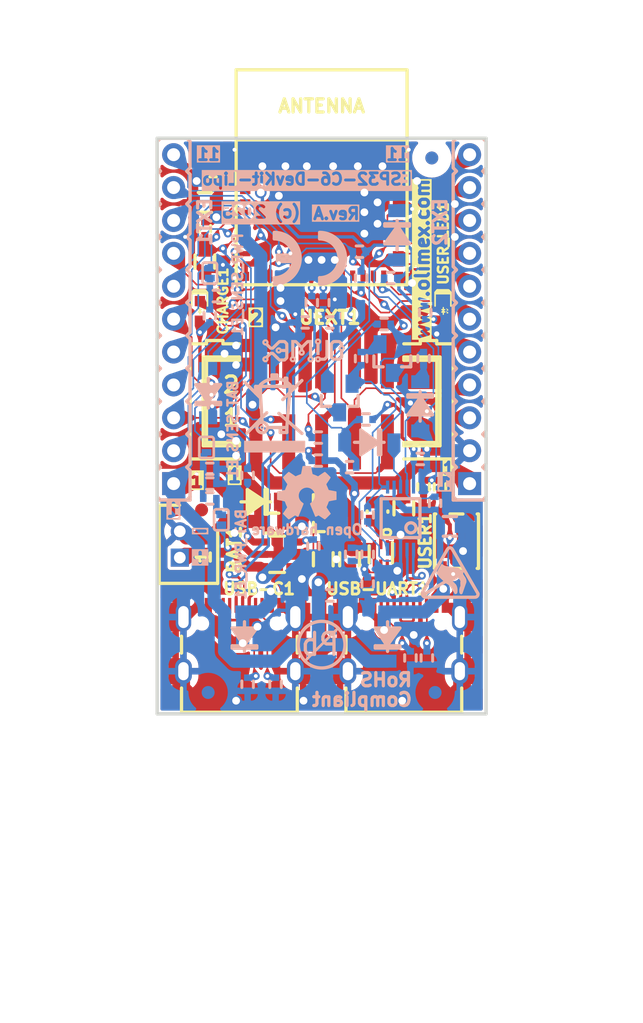
<source format=kicad_pcb>
(kicad_pcb (version 20221018) (generator pcbnew)
  (title_block (title "ESP32-C6-DevKit-Lipo") (date "2025-06-23") (rev "A") (company "OLIMEX LTD.") (comment 1 "https://www.olimex.com"))
  (layers (0 "F.Cu" mixed) (31 "B.Cu" mixed) (34 "B.Paste" user) (35 "F.Paste" user) (36 "B.SilkS" user "B.Silkscreen") (37 "F.SilkS" user "F.Silkscreen") (38 "B.Mask" user) (39 "F.Mask" user) (44 "Edge.Cuts" user))
  (net 0 "")
  (net 1 "VBAT")
  (net 2 "GND")
  (net 3 "Net-(BAT_PWR_E1-Pad1)")
  (net 4 "Net-(BAT_SENS_E1-Pad1)")
  (net 5 "/GPIO3{slash}BAT_MEASURE")
  (net 6 "+3.3V")
  (net 7 "/ESP_EN")
  (net 8 "/USB_D+")
  (net 9 "/USB_D-")
  (net 10 "Net-(D1-K)")
  (net 11 "Net-(U2-FB)")
  (net 12 "Net-(D2-A)")
  (net 13 "Net-(U4-V3)")
  (net 14 "/GPIO9{slash}USER_BUT")
  (net 15 "+5V")
  (net 16 "Net-(CHARGE1-K)")
  (net 17 "Net-(D3-A)")
  (net 18 "Net-(D4-K)")
  (net 19 "/U0RXD")
  (net 20 "/U0TXD")
  (net 21 "Net-(D5-A)")
  (net 22 "Net-(D6-K)")
  (net 23 "Net-(D7-K)")
  (net 24 "/GPIO8{slash}CS")
  (net 25 "/GPIO7{slash}LP_I2C_SCL")
  (net 26 "/GPIO6{slash}LP_I2C_SDA")
  (net 27 "/GPIO4{slash}LP_UART_RXD")
  (net 28 "/GPIO5{slash}LP_UART_TXD")
  (net 29 "/GPIO2{slash}EXT_POWER")
  (net 30 "/GPIO0{slash}CLK")
  (net 31 "/GPIO1{slash}MOSI")
  (net 32 "/GPIO23")
  (net 33 "/GPIO22")
  (net 34 "/GPIO21")
  (net 35 "/GPIO19")
  (net 36 "/GPIO20")
  (net 37 "/GPIO18")
  (net 38 "/GPIO15{slash}USER_LED1")
  (net 39 "/GPIO14{slash}MISO")
  (net 46 "Net-(U2-SW)")
  (net 47 "Net-(PWR_SENS_E1-Pad1)")
  (net 48 "Net-(Q1-B)")
  (net 49 "Net-(Q1-E)")
  (net 50 "Net-(Q2-B)")
  (net 51 "Net-(Q2-E)")
  (net 52 "Net-(Q2-C)")
  (net 53 "Net-(U3-CHRGb)")
  (net 54 "Net-(U1-IO12{slash}GPIO12{slash}USB_D-)")
  (net 55 "Net-(U1-IO13{slash}GPIO13{slash}USB_D+)")
  (net 56 "Net-(U3-PROG)")
  (net 57 "Net-(USER_LED1-A)")
  (net 58 "Net-(U4-CTS#)")
  (net 59 "Net-(USB-UART1-CC2)")
  (net 60 "Net-(USB-UART1-CC1)")
  (net 61 "Net-(USB-C1-CC2)")
  (net 62 "Net-(USB-C1-CC1)")
  (net 63 "Net-(R29-Pad2)")
  (net 72 "/D+")
  (net 73 "/D-")
  (footprint "OLIMEX_Connectors-FP:USB2.0_TYPE-C(A40-00119-A52-12)_Paste" (layer "F.Cu") (at 133.35 122.555 -90)
    (fp_text reference "USB-C1")
    (fp_text value "USB-C-16P-F(A40-00119-A52-12)")
  )
  (footprint "OLIMEX_LEDs-FP:LED_0603_KA" (layer "F.Cu") (at 130.302 95.885 -90)
    (fp_text reference "CHARGE1")
    (fp_text value "LED/Yellow/0603")
  )
  (footprint "OLIMEX_RLC-FP:C_0603_5MIL_DWS" (layer "F.Cu") (at 139.827 115.062 90)
    (fp_text reference "C14" hide)
    (fp_text value "22uF/6.3V/20%/X5R/C0603")
  )
  (footprint "OLIMEX_Other-FP:Fiducial1x3_Paste" (layer "F.Cu") (at 130.81 83.947)
    (fp_text reference "FID3" hide)
    (fp_text value "Fiducial" hide)
  )
  (footprint "OLIMEX_RLC-FP:C_0402_5MIL_DWS" (layer "F.Cu") (at 131.318 85.979 180)
    (fp_text reference "C2" hide)
    (fp_text value "100nF/10V/20%/X5R/C0402")
  )
  (footprint "OLIMEX_RLC-FP:C_0603_5MIL_DWS" (layer "F.Cu") (at 130.683 92.075 -90)
    (fp_text reference "C3" hide)
    (fp_text value "1uF/10V/10%/X5R/C0603")
  )
  (footprint "OLIMEX_LEDs-FP:LED_0603_KA" (layer "F.Cu") (at 149.098 95.885 -90)
    (fp_text reference "USER_LED1")
    (fp_text value "LED/GREEN/0603")
  )
  (footprint "OLIMEX_Regulators-FP:SOT-563-6" (layer "F.Cu") (at 144.272 114.681 90)
    (fp_text reference "U2" hide)
    (fp_text value "TPS62A02ADRLR(SOT-563-6)" hide)
  )
  (footprint "OLIMEX_RLC-FP:R_0402_5MIL_DWS" (layer "F.Cu") (at 148.844 109.474 -90)
    (fp_text reference "R29" hide)
    (fp_text value "100R/R0402")
  )
  (footprint "OLIMEX_Connectors-FP:GBH-254-SMT-10" (layer "F.Cu") (at 139.7 102.87)
    (fp_text reference "UEXT1")
    (fp_text value "P-B-V-10-LF")
  )
  (footprint "OLIMEX_Cases-FP:ESP32-C6-MINI-1-N4" (layer "F.Cu") (at 139.7 88.265)
    (fp_text reference "U1" hide)
    (fp_text value "ESP32-C6-MINI-1-N4")
  )
  (footprint "OLIMEX_RLC-FP:R_0402_5MIL_DWS" (layer "F.Cu") (at 130.683 89.535 -90)
    (fp_text reference "R2" hide)
    (fp_text value "10k/R0402")
  )
  (footprint "OLIMEX_IC-FP:SOT-23-5" (layer "F.Cu") (at 136.271 114.681 180)
    (fp_text reference "U3" hide)
    (fp_text value "TP4054-42-SOT25-R")
  )
  (footprint "OLIMEX_Other-FP:Fiducial1x3" (layer "F.Cu") (at 148.209 84.074)
    (fp_text reference "FID1" hide)
    (fp_text value "Fiducial" hide)
  )
  (footprint "OLIMEX_RLC-FP:C_0603_5MIL_DWS" (layer "F.Cu") (at 146.05 111.125 -90)
    (fp_text reference "C8" hide)
    (fp_text value "22uF/6.3V/20%/X5R/C0603")
  )
  (footprint "OLIMEX_Diodes-FP:SOD-123_1C-2A_KA" (layer "F.Cu") (at 134.62 110.617 180)
    (fp_text reference "D1" hide)
    (fp_text value "1N5819S4(SOD-123)")
  )
  (footprint "OLIMEX_Transistors-FP:SOT23" (layer "F.Cu") (at 139.7 111.506)
    (fp_text reference "FET1" hide)
    (fp_text value "IRLML6402TRPbF")
  )
  (footprint "OLIMEX_Connectors-FP:LIPO_BAT_VERTICAL_DW02S" (layer "F.Cu") (at 132.2832 113.9063 90)
    (fp_text reference "BAT1")
    (fp_text value "DW02S")
  )
  (footprint "OLIMEX_RLC-FP:L_2016_MM" (layer "F.Cu") (at 144.018 111.379 90)
    (fp_text reference "L1" hide)
    (fp_text value "1.0uH/4.2A/DCR=35mR/20%/2.00x1.60x1.00mm/L2016(PIM201610-1R0MTS00)")
  )
  (footprint "OLIMEX_Connectors-FP:USB2.0_TYPE-C(A40-00119-A52-12)_Paste" (layer "F.Cu") (at 146.05 122.555 -90)
    (fp_text reference "USB-UART1")
    (fp_text value "USB-C-16P-F(A40-00119-A52-12)")
  )
  (footprint "OLIMEX_RLC-FP:C_0603_5MIL_DWS" (layer "F.Cu") (at 130.683 87.503 180)
    (fp_text reference "C1" hide)
    (fp_text value "22uF/6.3V/20%/X5R/C0603")
  )
  (footprint "OLIMEX_RLC-FP:C_0603_5MIL_DWS" (layer "F.Cu") (at 141.859 115.062 -90)
    (fp_text reference "C7" hide)
    (fp_text value "22uF/6.3V/20%/X5R/C0603")
  )
  (footprint "OLIMEX_RLC-FP:C_0603_5MIL_DWS" (layer "F.Cu") (at 135.89 112.268 180)
    (fp_text reference "C10" hide)
    (fp_text value "NA(22uF/6.3V/20%/X5R/C0603)")
  )
  (footprint "OLIMEX_Other-FP:Fiducial1x3" (layer "F.Cu") (at 130.429 111.252)
    (fp_text reference "FID2" hide)
    (fp_text value "Fiducial" hide)
  )
  (footprint "OLIMEX_RLC-FP:C_0402_5MIL_DWS" (layer "F.Cu") (at 147.574 109.474 -90)
    (fp_text reference "C13" hide)
    (fp_text value "NA(100nF/10V/20%/X5R/C0402)")
  )
  (footprint "OLIMEX_Buttons-FP:YTS-A016-X" (layer "F.Cu") (at 150.114 113.665 -90)
    (fp_text reference "USER1")
    (fp_text value "YTS-A016-X" hide)
  )
  (footprint "OLIMEX_RLC-FP:C_0402_5MIL_DWS" (layer "B.Cu") (at 140.335 96.774)
    (fp_text reference "C5" hide)
    (fp_text value "150pF/50V/2%/NP0/C0402")
  )
  (footprint "OLIMEX_Transistors-FP:SOT23" (layer "B.Cu") (at 141.097 102.616 90)
    (fp_text reference "Q1" hide)
    (fp_text value "BC817-40(SOT23)")
  )
  (footprint "OLIMEX_RLC-FP:R_0402_5MIL_DWS" (layer "B.Cu") (at 143.256 116.967 -90)
    (fp_text reference "R17" hide)
    (fp_text value "40.2k/1%/R0402")
  )
  (footprint "OLIMEX_RLC-FP:R_0402_5MIL_DWS" (layer "B.Cu") (at 133.985 124.714 90)
    (fp_text reference "R27" hide)
    (fp_text value "5.1k/1%/R0402")
  )
  (footprint "OLIMEX_RLC-FP:R_0402_5MIL_DWS" (layer "B.Cu") (at 144.526 96.901 180)
    (fp_text reference "R22" hide)
    (fp_text value "1k/R0402")
  )
  (footprint "OLIMEX_Signs-FP:Sign_OSHW_7.3x6.0mmn" (layer "B.Cu") (at 138.557 110.617 180)
    (fp_text reference "Sign_OSHW_7.3x6.0mm" hide)
    (fp_text value "Sign_OSHW_7.3x6.0mm" hide)
  )
  (footprint "OLIMEX_Diodes-FP:SOD-123_1C-2A_KA" (layer "B.Cu") (at 145.542 90.043 -90)
    (fp_text reference "D5" hide)
    (fp_text value "1N5819S4(SOD-123)")
  )
  (footprint "OLIMEX_RLC-FP:C_0402_5MIL_DWS" (layer "B.Cu") (at 138.43 96.774 180)
    (fp_text reference "C6" hide)
    (fp_text value "150pF/50V/2%/NP0/C0402")
  )
  (footprint "OLIMEX_Jumpers-FP:SJ_1_SMALLER" (layer "B.Cu") (at 131.064 92.964 90)
    (fp_text reference "PWR_SENS_E1")
    (fp_text value "Opened" hide)
  )
  (footprint "OLIMEX_Signs-FP:Sign_Antistatic_4.5mmX2.8mm" (layer "B.Cu") (at 149.606 116.078 180)
    (fp_text reference "Sign_Antistatic_Small")
    (fp_text value "Sign_Antistatic")
  )
  (footprint "OLIMEX_Diodes-FP:SOD-123_1C-2A_KA" (layer "B.Cu") (at 144.78 121.031 90)
    (fp_text reference "D2" hide)
    (fp_text value "1N5819S4(SOD-123)")
  )
  (footprint "OLIMEX_Signs-FP:Logo_OLIMEX_80" (layer "B.Cu") (at 138.303 98.933 180)
    (fp_text reference "Logo_OLIMEX_80" hide)
    (fp_text value "Logo_OLIMEX_80" hide)
  )
  (footprint "OLIMEX_RLC-FP:R_0402_5MIL_DWS" (layer "B.Cu") (at 131.064 110.363 180)
    (fp_text reference "R3" hide)
    (fp_text value "470k/R0402")
  )
  (footprint "OLIMEX_RLC-FP:R_0402_5MIL_DWS" (layer "B.Cu") (at 143.256 111.633 -90)
    (fp_text reference "R23" hide)
    (fp_text value "4.7k/R0402")
  )
  (footprint "OLIMEX_RLC-FP:R_0402_5MIL_DWS" (layer "B.Cu") (at 136.144 124.714 90)
    (fp_text reference "R26" hide)
    (fp_text value "5.1k/1%/R0402")
  )
  (footprint "OLIMEX_Jumpers-FP:SJ_1_SMALLER" (layer "B.Cu") (at 131.953 112.014 -90)
    (fp_text reference "BAT_PWR_E1")
    (fp_text value "Opened" hide)
  )
  (footprint "OLIMEX_Diodes-FP:SOD-123_1C-2A_KA" (layer "B.Cu") (at 147.32 103.251 -90)
    (fp_text reference "D7" hide)
    (fp_text value "1N5819S4(SOD-123)")
  )
  (footprint "OLIMEX_RLC-FP:C_0402_5MIL_DWS" (layer "B.Cu") (at 143.256 114.681 90)
    (fp_text reference "C9" hide)
    (fp_text value "NA(120pF/50V/5%/C0G/C0402)")
  )
  (footprint "OLIMEX_RLC-FP:R_0402_5MIL_DWS" (layer "B.Cu") (at 139.065 114.046 90)
    (fp_text reference "R16" hide)
    (fp_text value "10k/1%/R0402")
  )
  (footprint "OLIMEX_Jumpers-FP:SJ_1_SMALLER" (layer "B.Cu") (at 130.81 106.426 90)
    (fp_text reference "BAT_SENS_E1")
    (fp_text value "Opened" hide)
  )
  (footprint "OLIMEX_Signs-FP:CE_Sign" (layer "B.Cu") (at 137.795 91.821 180)
    (fp_text reference "Sign_CE" hide)
    (fp_text value "CE_Sign" hide)
  )
  (footprint "OLIMEX_Other-FP:Fiducial1x3" (layer "B.Cu") (at 130.937 125.349 180)
    (fp_text reference "FID4" hide)
    (fp_text value "Fiducial" hide)
  )
  (footprint "OLIMEX_RLC-FP:C_0402_5MIL_DWS" (layer "B.Cu") (at 131.064 108.077 180)
    (fp_text reference "C4" hide)
    (fp_text value "100nF/10V/20%/X5R/C0402")
  )
  (footprint "OLIMEX_Diodes-FP:SOD-123_1C-2A_KA" (layer "B.Cu") (at 133.731 121.031 90)
    (fp_text reference "D3" hide)
    (fp_text value "1N5819S4(SOD-123)")
  )
  (footprint "OLIMEX_RLC-FP:R_0402_5MIL_DWS" (layer "B.Cu") (at 141.986 114.681 90)
    (fp_text reference "R15" hide)
    (fp_text value "180k/1%/R0402")
  )
  (footprint "OLIMEX_Other-FP:Fiducial1x3_Paste" (layer "B.Cu") (at 148.463 125.349 180)
    (fp_text reference "FID6" hide)
    (fp_text value "Fiducial" hide)
  )
  (footprint "OLIMEX_Signs-FP:Sign_RecycleBin_1" (layer "B.Cu") (at 138.406836 106.794805 180)
    (fp_text reference "Sign_RecycleBin_1" hide)
    (fp_text value "Sign_RecycleBin_1" hide)
  )
  (footprint "OLIMEX_RLC-FP:R_0402_5MIL_DWS" (layer "B.Cu") (at 143.129 104.267 180)
    (fp_text reference "R19" hide)
    (fp_text value "10k/R0402")
  )
  (footprint "OLIMEX_RLC-FP:R_0402_5MIL_DWS" (layer "B.Cu") (at 131.572 94.742)
    (fp_text reference "R5" hide)
    (fp_text value "470k/R0402")
  )
  (footprint "OLIMEX_RLC-FP:R_0402_5MIL_DWS" (layer "B.Cu") (at 148.463 110.744 90)
    (fp_text reference "R18" hide)
    (fp_text value "10k/R0402")
  )
  (footprint "OLIMEX_Signs-FP:Sign_PB-Free" (layer "B.Cu") (at 139.4968 121.9708 180)
    (fp_text reference "Sign_PB-Free")
    (fp_text value "Sign_PB-Free")
  )
  (footprint "OLIMEX_Connectors-FP:HN1x11" (layer "B.Cu") (at 128.27 96.52 90)
    (fp_text reference "EXT1")
    (fp_text value "HN1x11")
  )
  (footprint "OLIMEX_Diodes-FP:SOD-123_1C-2A_KA" (layer "B.Cu") (at 143.383 106.045 180)
    (fp_text reference "D4" hide)
    (fp_text value "1N5819S4(SOD-123)")
  )
  (footprint "OLIMEX_IC-FP:MSOP-10_Pitch-0.5mm_3.00x3.00x1.00mm" (layer "B.Cu") (at 145.796 111.887 180)
    (fp_text reference "U4" hide)
    (fp_text value "CH340X(MSOP-10)")
  )
  (footprint "OLIMEX_RLC-FP:R_0402_5MIL_DWS" (layer "B.Cu") (at 146.558 122.682 90)
    (fp_text reference "R25" hide)
    (fp_text value "5.1k/1%/R0402")
  )
  (footprint "OLIMEX_RLC-FP:R_0402_5MIL_DWS" (layer "B.Cu") (at 141.859 107.95 180)
    (fp_text reference "R20" hide)
    (fp_text value "NA(10k/R0402)")
  )
  (footprint "OLIMEX_RLC-FP:C_0402_5MIL_DWS" (layer "B.Cu") (at 147.32 107.315)
    (fp_text reference "C12" hide)
    (fp_text value "100nF/10V/20%/X5R/C0402")
  )
  (footprint "OLIMEX_RLC-FP:R_0402_5MIL_DWS" (layer "B.Cu") (at 139.446 105.664 180)
    (fp_text reference "R7" hide)
    (fp_text value "2.2k/R0402")
  )
  (footprint "OLIMEX_Transistors-FP:SOT23" (layer "B.Cu") (at 145.161 99.568 90)
    (fp_text reference "Q2" hide)
    (fp_text value "BC817-40(SOT23)")
  )
  (footprint "OLIMEX_RLC-FP:R_0402_5MIL_DWS" (layer "B.Cu") (at 142.748 93.345 90)
    (fp_text reference "R11" hide)
    (fp_text value "NA(10k/R0402)")
  )
  (footprint "OLIMEX_RLC-FP:R_0402_5MIL_DWS" (layer "B.Cu") (at 140.335 117.856)
    (fp_text reference "R4" hide)
    (fp_text value "10k/R0402")
  )
  (footprint "OLIMEX_RLC-FP:R_0402_5MIL_DWS" (layer "B.Cu") (at 133.985 108.585 90)
    (fp_text reference "R12" hide)
    (fp_text value "2.2k/R0402")
  )
  (footprint "OLIMEX_Connectors-FP:HN1x11" (layer "B.Cu") (at 151.13 96.52 90)
    (fp_text reference "EXT2")
    (fp_text value "HN1x11")
  )
  (footprint "OLIMEX_RLC-FP:R_0402_5MIL_DWS" (layer "B.Cu") (at 147.701 96.012 -90)
    (fp_text reference "R21" hide)
    (fp_text value "2.2k/R0402")
  )
  (footprint "OLIMEX_Diodes-FP:SOD-123_1C-2A_KA" (layer "B.Cu") (at 130.937 102.235 90)
    (fp_text reference "D6" hide)
    (fp_text value "1N5819S4(SOD-123)")
  )
  (footprint "OLIMEX_RLC-FP:R_0402_5MIL_DWS" (layer "B.Cu") (at 147.828 122.682 90)
    (fp_text reference "R24" hide)
    (fp_text value "5.1k/1%/R0402")
  )
  (footprint "OLIMEX_RLC-FP:R_0402_5MIL_DWS" (layer "B.Cu") (at 139.446 107.442 180)
    (fp_text reference "R8" hide)
    (fp_text value "2.2k/R0402")
  )
  (footprint "OLIMEX_RLC-FP:R_0402_5MIL_DWS" (layer "B.Cu") (at 147.574 99.568 -90)
    (fp_text reference "R30" hide)
    (fp_text value "220R/R0402")
  )
  (footprint "OLIMEX_RLC-FP:R_0402_5MIL_DWS" (layer "B.Cu") (at 142.748 99.568 90)
    (fp_text reference "R28" hide)
    (fp_text value "1k/R0402")
  )
  (footprint "OLIMEX_Other-FP:Fiducial1x3" (layer "B.Cu") (at 148.209 84.074 180)
    (fp_text reference "FID5" hide)
    (fp_text value "Fiducial" hide)
  )
  (footprint "OLIMEX_RLC-FP:R_0402_5MIL_DWS" (layer "B.Cu") (at 138.938 95.25 90)
    (fp_text reference "R13" hide)
    (fp_text value "22R/R0402")
  )
  (footprint "OLIMEX_RLC-FP:R_0402_5MIL_DWS" (layer "B.Cu") (at 142.621 91.313 180)
    (fp_text reference "R9" hide)
    (fp_text value "10k/R0402")
  )
  (footprint "OLIMEX_RLC-FP:R_0402_5MIL_DWS" (layer "B.Cu") (at 131.064 96.266 90)
    (fp_text reference "R1" hide)
    (fp_text value "220k/R0402")
  )
  (footprint "OLIMEX_RLC-FP:R_0402_5MIL_DWS" (layer "B.Cu") (at 131.064 109.22)
    (fp_text reference "R6" hide)
    (fp_text value "470k/R0402")
  )
  (footprint "OLIMEX_RLC-FP:R_0402_5MIL_DWS" (layer "B.Cu") (at 145.034 93.345 180)
    (fp_text reference "R10" hide)
    (fp_text value "10k/R0402")
  )
  (footprint "OLIMEX_RLC-FP:C_0603_5MIL_DWS" (layer "B.Cu") (at 149.606 112.522)
    (fp_text reference "C11" hide)
    (fp_text value "22uF/6.3V/20%/X5R/C0603")
  )
  (footprint "OLIMEX_RLC-FP:R_0402_5MIL_DWS" (layer "B.Cu") (at 139.827 95.25 -90)
    (fp_text reference "R14" hide)
    (fp_text value "22R/R0402")
  )
  (gr_line (start 152.4 82.55) (end 127 82.55) (stroke (width 0.254)) (layer "Edge.Cuts"))
  (gr_line (start 127 127) (end 152.4 127) (stroke (width 0.254)) (layer "Edge.Cuts"))
  (gr_line (start 152.4 127) (end 152.4 82.55) (stroke (width 0.254)) (layer "Edge.Cuts"))
  (gr_line (start 127 82.55) (end 127 127) (stroke (width 0.254)) (layer "Edge.Cuts"))
  (gr_text "+" (at 131.1148 115.443) (layer "B.SilkS" knockout) (effects (font (size 1.016 1.016) (thickness 0.254) bold) (justify left bottom mirror)))
  (gr_text "11" (at 131.953 84.328) (layer "B.SilkS" knockout) (effects (font (size 0.889 0.889) (thickness 0.22225) bold) (justify left bottom mirror)))
  (gr_text "RoHS" (at 146.812 124.968) (layer "B.SilkS") (effects (font (size 1.016 1.016) (thickness 0.254) bold) (justify left bottom mirror)))
  (gr_text "(c) 2025" (at 138.176 88.773) (layer "B.SilkS" knockout) (effects (font (size 0.889 0.889) (thickness 0.22225) bold) (justify left bottom mirror)))
  (gr_text "Compliant" (at 146.812 126.492) (layer "B.SilkS") (effects (font (size 1.016 1.016) (thickness 0.254) bold) (justify left bottom mirror)))
  (gr_text "-" (at 131.1148 113.411) (layer "B.SilkS" knockout) (effects (font (size 1.016 1.016) (thickness 0.254) bold) (justify left bottom mirror)))
  (gr_text "ESP32-C6-DevKit-Lipo" (at 146.812 86.233) (layer "B.SilkS" knockout) (effects (font (size 0.889 0.889) (thickness 0.22225) bold) (justify left bottom mirror)))
  (gr_text "1" (at 149.8346 109.728) (layer "B.SilkS" knockout) (effects (font (size 1.016 1.016) (thickness 0.254) bold) (justify left bottom mirror)))
  (gr_text "Rev.A" (at 142.748 88.9) (layer "B.SilkS" knockout) (effects (font (size 0.889 0.889) (thickness 0.22225) bold) (justify left bottom mirror)))
  (gr_text "1" (at 128.905 111.887) (layer "B.SilkS" knockout) (effects (font (size 1.016 1.016) (thickness 0.254) bold) (justify left bottom mirror)))
  (gr_text "11" (at 146.558 84.328) (layer "B.SilkS" knockout) (effects (font (size 0.889 0.889) (thickness 0.22225) bold) (justify left bottom mirror)))
  (gr_text "1" (at 129.413 109.601) (layer "F.SilkS" knockout) (effects (font (size 1.016 1.016) (thickness 0.254) bold) (justify left bottom)))
  (gr_text "1" (at 148.9456 108.5342) (layer "F.SilkS" knockout) (effects (font (size 0.889 0.889) (thickness 0.22225) bold) (justify left bottom)))
  (gr_text "www.olimex.com" (at 148.082 98.171 90) (layer "F.SilkS" knockout) (effects (font (size 1.016 1.016) (thickness 0.254) bold) (justify left bottom)))
  (gr_text "2" (at 133.985 97.028) (layer "F.SilkS" knockout) (effects (font (size 1.016 1.016) (thickness 0.254) bold) (justify left bottom)))
  (segment (start 134.971 115.631) (end 133.9825 115.631) (width 0.762) (layer "F.Cu") (net 1))
  (segment (start 138.176 111.93018) (end 138.176 112.522) (width 1.016) (layer "F.Cu") (net 1))
  (segment (start 133.9825 115.631) (end 132.9055 114.554) (width 0.762) (layer "F.Cu") (net 1))
  (segment (start 129.12852 114.554) (end 128.74752 114.935) (width 0.762) (layer "F.Cu") (net 1))
  (segment (start 135.128 116.459) (end 135.128 115.788) (width 0.508) (layer "F.Cu") (net 1))
  (segment (start 132.461 114.554) (end 132.461 114.173) (width 0.508) (layer "F.Cu") (net 1))
  (segment (start 135.128 115.788) (end 134.971 115.631) (width 0.508) (layer "F.Cu") (net 1))
  (segment (start 138.59764 111.50854) (end 138.176 111.93018) (width 1.016) (layer "F.Cu") (net 1))
  (segment (start 132.461 114.554) (end 129.12852 114.554) (width 0.762) (layer "F.Cu") (net 1))
  (segment (start 132.9055 114.554) (end 132.461 114.554) (width 0.762) (layer "F.Cu") (net 1))
  (via (at 135.128 116.459) (size 0.9) (drill 0.6) (layers "F.Cu" "B.Cu") (net 1))
  (via (at 138.176 112.522) (size 0.9) (drill 0.6) (layers "F.Cu" "B.Cu") (net 1))
  (via (at 132.461 114.173) (size 0.6) (drill 0.3) (layers "F.Cu" "B.Cu") (net 1))
  (segment (start 132.207 112.649) (end 131.953 112.395) (width 0.127) (layer "B.Cu") (net 1))
  (segment (start 137.287 113.284) (end 138.049 112.522) (width 1.016) (layer "B.Cu") (net 1))
  (segment (start 138.049 112.522) (end 138.176 112.522) (width 1.016) (layer "B.Cu") (net 1))
  (segment (start 135.255 116.459) (end 137.287 114.427) (width 1.016) (layer "B.Cu") (net 1))
  (segment (start 137.287 114.427) (end 137.287 113.284) (width 1.016) (layer "B.Cu") (net 1))
  (segment (start 135.128 116.459) (end 135.255 116.459) (width 1.016) (layer "B.Cu") (net 1))
  (segment (start 132.461 114.173) (end 132.207 113.919) (width 0.127) (layer "B.Cu") (net 1))
  (segment (start 132.207 113.919) (end 132.207 112.649) (width 0.127) (layer "B.Cu") (net 1))
  (segment (start 136.2456 113.4237) (end 136.2456 114.6556) (width 0.508) (layer "F.Cu") (net 2))
  (segment (start 142.975 118.623) (end 142.073 119.525) (width 0.3048) (layer "F.Cu") (net 2))
  (segment (start 129.03 124.966) (end 129.921 125.857) (width 1.016) (layer "F.Cu") (net 2))
  (segment (start 134.311583 100.053417) (end 134.62 99.745) (width 1.016) (layer "F.Cu") (net 2))
  (segment (start 151.189 115.74) (end 151.189 117.162) (width 0.762) (layer "F.Cu") (net 2))
  (segment (start 129.0841 118.8633) (end 128.4224 119.525) (width 0.4064) (layer "F.Cu") (net 2))
  (segment (start 142.632 118.623) (end 141.73 119.525) (width 0.4064) (layer "F.Cu") (net 2))
  (segment (start 142.678 90.24) (end 141.675 90.24) (width 0.508) (layer "F.Cu") (net 2))
  (segment (start 145.65 93.215) (end 145.539 93.215) (width 0.254) (layer "F.Cu") (net 2))
  (segment (start 130.275 118.7974) (end 129.5474 119.525) (width 0.3048) (layer "F.Cu") (net 2))
  (segment (start 134.62 96.647) (end 134.62 99.745) (width 1.016) (layer "F.Cu") (net 2))
  (segment (start 145.796 113.792) (end 145.796 113.157) (width 1.016) (layer "F.Cu") (net 2))
  (segment (start 143.891 92.329) (end 143.256 91.694) (width 0.254) (layer "F.Cu") (net 2))
  (segment (start 130.683 92.964) (end 130.937 92.71) (width 0.508) (layer "F.Cu") (net 2))
  (segment (start 149.468 118.623) (end 150.37 119.525) (width 0.4064) (layer "F.Cu") (net 2))
  (segment (start 136.675 118.623) (end 137.3756 118.623) (width 0.4064) (layer "F.Cu") (net 2))
  (segment (start 144.911 113.792) (end 145.796 113.792) (width 0.254) (layer "F.Cu") (net 2))
  (segment (start 137.668 96.139) (end 136.652 95.123) (width 0.3048) (layer "F.Cu") (net 2))
  (segment (start 141.675 88.265) (end 143.002 88.265) (width 0.508) (layer "F.Cu") (net 2))
  (segment (start 130.937 92.71) (end 131.699 92.71) (width 0.508) (layer "F.Cu") (net 2))
  (segment (start 142.725 118.623) (end 142.632 118.623) (width 0.4064) (layer "F.Cu") (net 2))
  (segment (start 147.574 109.982) (end 147.574 111.506) (width 0.508) (layer "F.Cu") (net 2))
  (segment (start 130.683 85.852) (end 130.81 85.979) (width 0.508) (layer "F.Cu") (net 2))
  (segment (start 145.796 114.3) (end 145.796 115.951) (width 1.016) (layer "F.Cu") (net 2))
  (segment (start 141.859 115.951) (end 141.732 116.078) (width 1.016) (layer "F.Cu") (net 2))
  (segment (start 130.048 85.852) (end 130.683 85.852) (width 0.508) (layer "F.Cu") (net 2))
  (segment (start 151.189 115.74) (end 151.189 114.994) (width 0.762) (layer "F.Cu") (net 2))
  (segment (start 129.03 123.705) (end 129.03 124.966) (width 1.016) (layer "F.Cu") (net 2))
  (segment (start 146.431 83.439) (end 146.307 83.315) (width 0.254) (layer "F.Cu") (net 2))
  (segment (start 129.9748 118.623) (end 129.7345 118.8633) (width 0.4064) (layer "F.Cu") (net 2))
  (segment (start 145.796 114.3) (end 145.161 114.3) (width 1.016) (layer "F.Cu") (net 2))
  (segment (start 131.699 92.71) (end 132.08 92.329) (width 0.508) (layer "F.Cu") (net 2))
  (segment (start 136.5 93.165) (end 136.5 94.082) (width 0.4064) (layer "F.Cu") (net 2))
  (segment (start 130.937 85.979) (end 131.445 85.471) (width 0.2032) (layer "F.Cu") (net 2))
  (segment (start 135.89 97.409) (end 136.144 97.155) (width 1.016) (layer "F.Cu") (net 2))
  (segment (start 135.001 112.268) (end 135.0899 112.268) (width 0.6096) (layer "F.Cu") (net 2))
  (segment (start 128.74498 112.90554) (end 129.25044 113.411) (width 1.016) (layer "F.Cu") (net 2))
  (segment (start 134.874 112.141) (end 135.001 112.268) (width 1.016) (layer "F.Cu") (net 2))
  (segment (start 129.667 90.17) (end 129.667 91.948) (width 0.508) (layer "F.Cu") (net 2))
  (segment (start 146.05 112.014) (end 145.796 112.268) (width 1.016) (layer "F.Cu") (net 2))
  (segment (start 151.003 106.553) (end 151.13 106.68) (width 0.508) (layer "F.Cu") (net 2))
  (segment (start 131.572 85.471) (end 131.826 85.217) (width 0.2032) (layer "F.Cu") (net 2))
  (segment (start 136.398 86.995) (end 137.668 88.265) (width 0.508) (layer "F.Cu") (net 2))
  (segment (start 146.431 83.439) (end 146.431 84.582) (width 0.508) (layer "F.Cu") (net 2))
  (segment (start 136.652 95.123) (end 136.525 95.123) (width 0.3048) (layer "F.Cu") (net 2))
  (segment (start 133.093 83.315) (end 133.75 83.315) (width 0.254) (layer "F.Cu") (net 2))
  (segment (start 130.81 85.979) (end 130.937 85.979) (width 0.2032) (layer "F.Cu") (net 2))
  (segment (start 136.2456 114.6556) (end 136.271 114.681) (width 0.508) (layer "F.Cu") (net 2))
  (segment (start 149.375 118.1505) (end 149.987 117.5385) (width 0.254) (layer "F.Cu") (net 2))
  (segment (start 147.066 112.014) (end 147.574 111.506) (width 1.016) (layer "F.Cu") (net 2))
  (segment (start 151.189 114.994) (end 150.622 114.427) (width 0.762) (layer "F.Cu") (net 2))
  (segment (start 133.8 84.265) (end 134.684 84.265) (width 0.508) (layer "F.Cu") (net 2))
  (segment (start 136.525 95.123) (end 136.144 95.123) (width 1.016) (layer "F.Cu") (net 2))
  (segment (start 136.425 118.623) (end 137.327 119.525) (width 0.3048) (layer "F.Cu") (net 2))
  (segment (start 133.8 92.265) (end 134.27125 92.265) (width 0.4064) (layer "F.Cu") (net 2))
  (segment (start 145.161 116.586) (end 144.78 116.586) (width 1.016) (layer "F.Cu") (net 2))
  (segment (start 141.73 118.4148) (end 141.73 119.525) (width 1.016) (layer "F.Cu") (net 2))
  (segment (start 145.796 112.268) (end 145.796 113.157) (width 1.016) (layer "F.Cu") (net 2))
  (segment (start 140.716 94.996) (end 139.192 94.996) (width 0.254) (layer "F.Cu") (net 2))
  (segment (start 150.37 124.966) (end 150.37 123.705) (width 1.016) (layer "F.Cu") (net 2))
  (segment (start 136.675 118.623) (end 136.768 118.623) (width 0.4064) (layer "F.Cu") (net 2))
  (segment (start 146.161 93.726) (end 146.685 93.726) (width 0.508) (layer "F.Cu") (net 2))
  (segment (start 136.635 116.586) (end 138.176 116.586) (width 0.762) (layer "F.Cu") (net 2))
  (segment (start 142.073 119.525) (end 141.73 119.525) (width 0.3048) (layer "F.Cu") (net 2))
  (segment (start 131.318 113.411) (end 132.588 112.141) (width 1.016) (layer "F.Cu") (net 2))
  (segment (start 140.716 115.062) (end 140.97 115.062) (width 0.508) (layer "F.Cu") (net 2))
  (segment (start 141.732 116.078) (end 141.732 116.586) (width 1.016) (layer "F.Cu") (net 2))
  (segment (start 130.048 85.852) (end 129.794 86.106) (width 0.762) (layer "F.Cu") (net 2))
  (segment (start 145.65 93.215) (end 146.161 93.726) (width 0.508) (layer "F.Cu") (net 2))
  (segment (start 135.001 110.363) (end 135.001 112.268) (width 1.016) (layer "F.Cu") (net 2))
  (segment (start 129.794 86.106) (end 129.794 87.503) (width 0.762) (layer "F.Cu") (net 2))
  (segment (start 133.75 93.215) (end 133.62 93.345) (width 0.508) (layer "F.Cu") (net 2))
  (segment (start 136.271 114.681) (end 136.271 116.222) (width 0.762) (layer "F.Cu") (net 2))
  (segment (start 149.3774 116.586) (end 148.463 116.586) (width 0.254) (layer "F.Cu") (net 2))
  (segment (start 146.307 83.315) (end 145.65 83.315) (width 0.254) (layer "F.Cu") (net 2))
  (segment (start 144.78 116.586) (end 144.018 117.348) (width 1.016) (layer "F.Cu") (net 2))
  (segment (start 138.684 91.948) (end 138.684 91.199) (width 0.508) (layer "F.Cu") (net 2))
  (segment (start 137.327 119.525) (end 137.67 119.525) (width 0.3048) (layer "F.Cu") (net 2))
  (segment (start 129.7345 118.8633) (end 129.0841 118.8633) (width 0.4064) (layer "F.Cu") (net 2))
  (segment (start 149.375 118.623) (end 149.375 118.1505) (width 0.254) (layer "F.Cu") (net 2))
  (segment (start 149.479 125.857) (end 150.37 124.966) (width 1.016) (layer "F.Cu") (net 2))
  (segment (start 145.796 114.3) (end 145.923 114.427) (width 1.016) (layer "F.Cu") (net 2))
  (segment (start 129.794 87.503) (end 129.667 87.63) (width 0.508) (layer "F.Cu") (net 2))
  (segment (start 129.159 90.17) (end 129.667 90.17) (width 0.508) (layer "F.Cu") (net 2))
  (segment (start 136.5 94.082) (end 136.525 94.107) (width 0.4064) (layer "F.Cu") (net 2))
  (segment (start 132.588 112.141) (end 134.874 112.141) (width 1.016) (layer "F.Cu") (net 2))
  (segment (start 137.3756 118.623) (end 138.2776 119.525) (width 0.4064) (layer "F.Cu") (net 2))
  (segment (start 141.9382 118.623) (end 141.73 118.4148) (width 0.4064) (layer "F.Cu") (net 2))
  (segment (start 132.969 83.439) (end 133.093 83.315) (width 0.254) (layer "F.Cu") (net 2))
  (segment (start 140.97 115.062) (end 141.859 115.951) (width 0.508) (layer "F.Cu") (net 2))
  (segment (start 130.275 118.623) (end 130.275 118.7974) (width 0.3048) (layer "F.Cu") (net 2))
  (segment (start 132.969 113.34937) (end 132.969 113.03) (width 0.508) (layer "F.Cu") (net 2))
  (segment (start 143.002 89.916) (end 142.678 90.24) (width 0.508) (layer "F.Cu") (net 2))
  (segment (start 151.189 117.162) (end 151.13 117.221) (width 0.762) (layer "F.Cu") (net 2))
  (segment (start 149.987 117.5385) (end 149.987 117.1956) (width 0.254) (layer "F.Cu") (net 2))
  (segment (start 134.684 84.265) (end 135.128 84.709) (width 0.508) (layer "F.Cu") (net 2))
  (segment (start 133.62 93.345) (end 132.969 93.345) (width 0.508) (layer "F.Cu") (net 2))
  (segment (start 132.588 105.41) (end 131.953 105.41) (width 1.016) (layer "F.Cu") (net 2))
  (segment (start 129.25044 113.411) (end 131.318 113.411) (width 1.016) (layer "F.Cu") (net 2))
  (segment (start 149.125 118.623) (end 150.027 119.525) (width 0.3048) (layer "F.Cu") (net 2))
  (segment (start 129.0728 119.525) (end 129.03 119.525) (width 0.4064) (layer "F.Cu") (net 2))
  (segment (start 129.7345 118.8633) (end 129.0728 119.525) (width 0.4064) (layer "F.Cu") (net 2))
  (segment (start 149.987 117.1956) (end 149.3774 116.586) (width 0.254) (layer "F.Cu") (net 2))
  (segment (start 146.05 112.014) (end 147.066 112.014) (width 1.016) (layer "F.Cu") (net 2))
  (segment (start 144.772 113.931) (end 144.911 113.792) (width 0.254) (layer "F.Cu") (net 2))
  (segment (start 134.971 114.681) (end 134.30063 114.681) (width 0.508) (layer "F.Cu") (net 2))
  (segment (start 129.667 87.63) (end 129.667 90.17) (width 0.508) (layer "F.Cu") (net 2))
  (segment (start 149.468 118.623) (end 150.0756 118.623) (width 0.4064) (layer "F.Cu") (net 2))
  (segment (start 130.025 118.623) (end 129.9748 118.623) (width 0.4064) (layer "F.Cu") (net 2))
  (segment (start 134.27125 92.265) (end 136.29625 90.24) (width 0.4064) (layer "F.Cu") (net 2))
  (segment (start 136.525 94.107) (end 136.525 95.123) (width 1.016) (layer "F.Cu") (net 2))
  (segment (start 129.667 91.948) (end 130.683 92.964) (width 0.508) (layer "F.Cu") (net 2))
  (segment (start 134.30063 114.681) (end 132.969 113.34937) (width 0.508) (layer "F.Cu") (net 2))
  (segment (start 144.653 92.329) (end 143.891 92.329) (width 0.254) (layer "F.Cu") (net 2))
  (segment (start 142.725 118.623) (end 141.9382 118.623) (width 0.4064) (layer "F.Cu") (net 2))
  (segment (start 149.375 118.623) (end 149.468 118.623) (width 0.4064) (layer "F.Cu") (net 2))
  (segment (start 135.89 98.552) (end 135.89 97.409) (width 1.016) (layer "F.Cu") (net 2))
  (segment (start 145.796 115.951) (end 145.161 116.586) (width 1.016) (layer "F.Cu") (net 2))
  (segment (start 145.923 114.427) (end 150.622 114.427) (width 1.016) (layer "F.Cu") (net 2))
  (segment (start 150.0756 118.623) (end 150.9776 119.525) (width 0.4064) (layer "F.Cu") (net 2))
  (segment (start 129.5474 119.525) (end 129.03 119.525) (width 0.3048) (layer "F.Cu") (net 2))
  (segment (start 141.73 116.588) (end 141.73 118.4148) (width 1.016) (layer "F.Cu") (net 2))
  (segment (start 133.096 105.918) (end 132.588 105.41) (width 1.016) (layer "F.Cu") (net 2))
  (segment (start 136.29625 90.24) (end 137.725 90.24) (width 0.4064) (layer "F.Cu") (net 2))
  (segment (start 135.0899 112.268) (end 136.2456 113.4237) (width 0.6096) (layer "F.Cu") (net 2))
  (segment (start 136.144 95.123) (end 134.62 96.647) (width 1.016) (layer "F.Cu") (net 2))
  (segment (start 139.827 114.173) (end 140.716 115.062) (width 0.508) (layer "F.Cu") (net 2))
  (segment (start 145.539 93.215) (end 144.653 92.329) (width 0.254) (layer "F.Cu") (net 2))
  (segment (start 136.768 118.623) (end 137.67 119.525) (width 0.4064) (layer "F.Cu") (net 2))
  (segment (start 136.271 116.222) (end 136.635 116.586) (width 0.762) (layer "F.Cu") (net 2))
  (segment (start 144.018 117.348) (end 143.002 117.348) (width 1.016) (layer "F.Cu") (net 2))
  (segment (start 131.445 85.471) (end 131.572 85.471) (width 0.2032) (layer "F.Cu") (net 2))
  (segment (start 129.921 125.857) (end 149.479 125.857) (width 1.016) (layer "F.Cu") (net 2))
  (segment (start 147.828 106.553) (end 151.003 106.553) (width 0.508) (layer "F.Cu") (net 2))
  (segment (start 138.684 91.199) (end 137.725 90.24) (width 0.508) (layer "F.Cu") (net 2))
  (segment (start 133.096 105.918) (end 133.096 108.458) (width 1.016) (layer "F.Cu") (net 2))
  (segment (start 150.027 119.525) (end 150.37 119.525) (width 0.3048) (layer "F.Cu") (net 2))
  (segment (start 137.668 88.265) (end 137.725 88.265) (width 0.508) (layer "F.Cu") (net 2))
  (segment (start 145.796 114.3) (end 145.796 113.792) (width 1.016) (layer "F.Cu") (net 2))
  (segment (start 133.096 108.458) (end 135.001 110.363) (width 1.016) (layer "F.Cu") (net 2))
  (segment (start 134.971 114.681) (end 136.271 114.681) (width 0.508) (layer "F.Cu") (net 2))
  (segment (start 133.096 98.552) (end 135.89 98.552) (width 1.016) (layer "F.Cu") (net 2))
  (segment (start 133.096 100.053417) (end 134.311583 100.053417) (width 1.016) (layer "F.Cu") (net 2))
  (via (at 136.906 84.709) (size 0.9) (drill 0.6) (layers "F.Cu" "B.Cu") (net 2))
  (via (at 149.987 90.17) (size 0.9) (drill 0.6) (layers "F.Cu" "B.Cu") (net 2))
  (via (at 144.018 89.154) (size 0.9) (drill 0.6) (layers "F.Cu" "B.Cu") (net 2))
  (via (at 143.002 88.265) (size 0.9) (drill 0.6) (layers "F.Cu" "B.Cu") (net 2))
  (via (at 146.431 83.439) (size 0.6) (drill 0.3) (layers "F.Cu" "B.Cu") (net 2))
  (via (at 136.144 97.155) (size 0.9) (drill 0.6) (layers "F.Cu" "B.Cu") (net 2))
  (via (at 131.953 105.41) (size 0.9) (drill 0.6) (layers "F.Cu" "B.Cu") (net 2))
  (via (at 142.494 84.709) (size 0.9) (drill 0.6) (layers "F.Cu" "B.Cu") (net 2))
  (via (at 144.018 87.503) (size 0.9) (drill 0.6) (layers "F.Cu" "B.Cu") (net 2))
  (via (at 147.066 85.852) (size 0.9) (drill 0.6) (layers "F.Cu" "B.Cu") (net 2))
  (via (at 145.796 113.157) (size 0.9) (drill 0.6) (layers "F.Cu" "B.Cu") (net 2))
  (via (at 133.096 100.053417) (size 0.9) (drill 0.6) (layers "F.Cu" "B.Cu") (net 2))
  (via (at 149.987 87.63) (size 0.9) (drill 0.6) (layers "F.Cu" "B.Cu") (net 2))
  (via (at 148.59 97.663) (size 0.7) (drill 0.4) (layers "F.Cu" "B.Cu") (net 2))
  (via (at 130.048 85.852) (size 0.9) (drill 0.6) (layers "F.Cu" "B.Cu") (net 2))
  (via (at 145.923 125.984) (size 0.9) (drill 0.6) (layers "F.Cu" "B.Cu") (net 2))
  (via (at 136.398 86.995) (size 0.9) (drill 0.6) (layers "F.Cu" "B.Cu") (net 2))
  (via (at 132.969 93.345) (size 0.6) (drill 0.3) (layers "F.Cu" "B.Cu") (net 2))
  (via (at 134.747 120.269) (size 0.9) (drill 0.6) (layers "F.Cu" "B.Cu") (net 2))
  (via (at 139.7 91.948) (size 0.9) (drill 0.6) (layers "F.Cu" "B.Cu") (net 2))
  (via (at 138.684 91.948) (size 0.9) (drill 0.6) (layers "F.Cu" "B.Cu") (net 2))
  (via (at 132.08 92.329) (size 0.6) (drill 0.3) (layers "F.Cu" "B.Cu") (net 2))
  (via (at 140.716 94.996) (size 0.6) (drill 0.3) (layers "F.Cu" "B.Cu") (net 2))
  (via (at 150.622 114.427) (size 0.9) (drill 0.6) (layers "F.Cu" "B.Cu") (net 2))
  (via (at 146.558 102.997) (size 0.7) (drill 0.4) (layers "F.Cu" "B.Cu") (net 2))
  (via (at 137.668 96.139) (size 0.6) (drill 0.3) (layers "F.Cu" "B.Cu") (net 2))
  (via (at 147.828 106.553) (size 0.7) (drill 0.4) (layers "F.Cu" "B.Cu") (net 2))
  (via (at 133.096 125.984) (size 0.9) (drill 0.6) (layers "F.Cu" "B.Cu") (net 2))
  (via (at 146.812 120.904) (size 0.9) (drill 0.6) (layers "F.Cu" "B.Cu") (net 2))
  (via (at 146.685 93.726) (size 0.9) (drill 0.6) (layers "F.Cu" "B.Cu") (net 2))
  (via (at 132.969 113.03) (size 0.9) (drill 0.6) (layers "F.Cu" "B.Cu") (net 2))
  (via (at 132.207 99.187) (size 0.9) (drill 0.6) (layers "F.Cu" "B.Cu") (net 2))
  (via (at 129.159 90.17) (size 0.6) (drill 0.3) (layers "F.Cu" "B.Cu") (net 2))
  (via (at 132.969 83.439) (size 0.6) (drill 0.3) (layers "F.Cu" "B.Cu") (net 2))
  (via (at 143.002 86.741) (size 0.9) (drill 0.6) (layers "F.Cu" "B.Cu") (net 2))
  (via (at 132.461 115.443) (size 0.6) (drill 0.3) (layers "F.Cu" "B.Cu") (net 2))
  (via (at 135.128 84.709) (size 0.9) (drill 0.6) (layers "F.Cu" "B.Cu") (net 2))
  (via (at 138.557 84.709) (size 0.9) (drill 0.6) (layers "F.Cu" "B.Cu") (net 2))
  (via (at 136.525 94.107) (size 0.9) (drill 0.6) (layers "F.Cu" "B.Cu") (net 2))
  (via (at 140.589 84.709) (size 0.9) (drill 0.6) (layers "F.Cu" "B.Cu") (net 2))
  (via (at 138.176 116.586) (size 0.9) (drill 0.6) (layers "F.Cu" "B.Cu") (net 2))
  (via (at 133.096 105.918) (size 0.9) (drill 0.6) (layers "F.Cu" "B.Cu") (net 2))
  (via (at 144.399 84.709) (size 0.9) (drill 0.6) (layers "F.Cu" "B.Cu") (net 2))
  (via (at 145.542 115.951) (size 0.9) (drill 0.6) (layers "F.Cu" "B.Cu") (net 2))
  (via (at 140.716 91.948) (size 0.9) (drill 0.6) (layers "F.Cu" "B.Cu") (net 2))
  (via (at 143.002 89.916) (size 0.9) (drill 0.6) (layers "F.Cu" "B.Cu") (net 2))
  (via (at 133.096 98.552) (size 0.9) (drill 0.6) (layers "F.Cu" "B.Cu") (net 2))
  (via (at 140.843 115.062) (size 0.9) (drill 0.6) (layers "F.Cu" "B.Cu") (net 2))
  (via (at 136.525 95.123) (size 0.9) (drill 0.6) (layers "F.Cu" "B.Cu") (net 2))
  (via (at 133.096 107.061) (size 0.9) (drill 0.6) (layers "F.Cu" "B.Cu") (net 2))
  (via (at 138.303 125.984) (size 0.9) (drill 0.6) (layers "F.Cu" "B.Cu") (net 2))
  (segment (start 137.67 119.886) (end 136.525 121.031) (width 0.508) (layer "B.Cu") (net 2))
  (segment (start 145.796 115.697) (end 145.542 115.951) (width 0.254) (layer "B.Cu") (net 2))
  (segment (start 138.684 92.456) (end 137.033 94.107) (width 1.016) (layer "B.Cu") (net 2))
  (segment (start 143.256 117.475) (end 143.256 117.856) (width 0.4064) (layer "B.Cu") (net 2))
  (segment (start 137.67 119.525) (end 137.67 118.999) (width 1.524) (layer "B.Cu") (net 2))
  (segment (start 130.175 113.9444) (end 130.175 116.84) (width 1.016) (layer "B.Cu") (net 2))
  (segment (start 141.73 117.856) (end 141.73 116.711) (width 1.524) (layer "B.Cu") (net 2))
  (segment (start 141.73 119.525) (end 141.73 117.856) (width 1.524) (layer "B.Cu") (net 2))
  (segment (start 129.13614 112.90554) (end 130.175 113.9444) (width 1.016) (layer "B.Cu") (net 2))
  (segment (start 137.033 94.107) (end 136.525 94.107) (width 1.016) (layer "B.Cu") (net 2))
  (segment (start 135.001 120.269) (end 136.271 118.999) (width 0.254) (layer "B.Cu") (net 2))
  (segment (start 149.606 87.63) (end 148.463 86.487) (width 0.508) (layer "B.Cu") (net 2))
  (segment (start 128.74498 112.90554) (end 129.13614 112.90554) (width 1.016) (layer "B.Cu") (net 2))
  (segment (start 130.048 85.852) (end 130.429 85.852) (width 0.762) (layer "B.Cu") (net 2))
  (segment (start 132.334 105.029) (end 132.334 100.815417) (width 1.016) (layer "B.Cu") (net 2))
  (segment (start 143.51 117.475) (end 144.145 116.84) (width 0.508) (layer "B.Cu") (net 2))
  (segment (start 144.399 84.709) (end 146.177 86.487) (width 1.016) (layer "B.Cu") (net 2))
  (segment (start 140.843 95.123) (end 140.716 94.996) (width 0.254) (layer "B.Cu") (net 2))
  (segment (start 137.67 118.999) (end 137.67 116.457) (width 1.524) (layer "B.Cu") (net 2))
  (segment (start 151.13 106.68) (end 149.479 106.68) (width 1.016) (layer "B.Cu") (net 2))
  (segment (start 149.479 110.871) (end 151.257 112.649) (width 1.016) (layer "B.Cu") (net 2))
  (segment (start 151.257 117.094) (end 150.37 117.981) (width 1.016) (layer "B.Cu") (net 2))
  (segment (start 143.256 117.856) (end 141.73 117.856) (width 0.4064) (layer "B.Cu") (net 2))
  (segment (start 132.08 93.345) (end 132.08 92.329) (width 0.508) (layer "B.Cu") (net 2))
  (segment (start 151.257 112.649) (end 151.257 117.094) (width 1.016) (layer "B.Cu") (net 2))
  (segment (start 132.08 93.345) (end 132.969 93.345) (width 0.508) (layer "B.Cu") (net 2))
  (segment (start 137.668 96.139) (end 137.922 96.393) (width 0.4064) (layer "B.Cu") (net 2))
  (segment (start 150.37 117.981) (end 150.37 119.525) (width 1.016) (layer "B.Cu") (net 2))
  (segment (start 149.606 93.472) (end 149.606 87.63) (width 0.508) (layer "B.Cu") (net 2))
  (segment (start 146.177 86.487) (end 148.463 86.487) (width 1.016) (layer "B.Cu") (net 2))
  (segment (start 148.971 94.107) (end 149.606 93.472) (width 0.508) (layer "B.Cu") (net 2))
  (segment (start 140.843 96.774) (end 140.843 95.123) (width 0.254) (layer "B.Cu") (net 2))
  (segment (start 137.67 119.525) (end 137.67 119.886) (width 0.508) (layer "B.Cu") (net 2))
  (segment (start 130.429 85.852) (end 131.572 84.709) (width 0.762) (layer "B.Cu") (net 2))
  (segment (start 146.685 93.726) (end 147.066 94.107) (width 1.016) (layer "B.Cu") (net 2))
  (segment (start 149.479 106.68) (end 149.479 110.871) (width 1.016) (layer "B.Cu") (net 2))
  (segment (start 143.256 117.856) (end 143.637 118.237) (width 0.254) (layer "B.Cu") (net 2))
  (segment (start 136.906 84.709) (end 131.572 84.709) (width 1.016) (layer "B.Cu") (net 2))
  (segment (start 131.953 105.41) (end 132.334 105.029) (width 1.016) (layer "B.Cu") (net 2))
  (segment (start 141.73 119.525) (end 141.73 119.886) (width 0.508) (layer "B.Cu") (net 2))
  (segment (start 136.271 118.999) (end 137.67 118.999) (width 0.254) (layer "B.Cu") (net 2))
  (segment (start 149.479 94.615) (end 148.971 94.107) (width 1.016) (layer "B.Cu") (net 2))
  (segment (start 136.525 121.031) (end 135.509 121.031) (width 0.508) (layer "B.Cu") (net 2))
  (segment (start 147.066 94.107) (end 148.971 94.107) (width 1.016) (layer "B.Cu") (net 2))
  (segment (start 136.525 95.123) (end 136.525 94.107) (width 1.016) (layer "B.Cu") (net 2))
  (segment (start 141.73 119.886) (end 142.875 121.031) (width 0.508) (layer "B.Cu") (net 2))
  (segment (start 132.334 100.815417) (end 133.096 100.053417) (width 1.016) (layer "B.Cu") (net 2))
  (segment (start 129.03 117.985) (end 129.03 119.525) (width 1.016) (layer "B.Cu") (net 2))
  (segment (start 130.175 116.84) (end 129.03 117.985) (width 1.016) (layer "B.Cu") (net 2))
  (segment (start 139.231874 114.720874) (end 139.065 114.554) (width 0.254) (layer "B.Cu") (net 2))
  (segment (start 143.256 117.475) (end 143.51 117.475) (width 0.508) (layer "B.Cu") (net 2))
  (segment (start 141.73 116.711) (end 141.605 116.586) (width 1.524) (layer "B.Cu") (net 2))
  (segment (start 134.747 120.269) (end 135.001 120.269) (width 0.254) (layer "B.Cu") (net 2))
  (segment (start 137.922 96.393) (end 137.922 96.774) (width 0.4064) (layer "B.Cu") (net 2))
  (segment (start 143.637 118.237) (end 145.542 118.237) (width 0.254) (layer "B.Cu") (net 2))
  (segment (start 139.065 115.062) (end 139.319 115.062) (width 1.524) (layer "B.Cu") (net 2))
  (segment (start 145.796 114.287) (end 145.796 115.697) (width 0.254) (layer "B.Cu") (net 2))
  (segment (start 135.509 121.031) (end 134.747 120.269) (width 0.508) (layer "B.Cu") (net 2))
  (segment (start 132.08 94.742) (end 132.08 93.345) (width 0.508) (layer "B.Cu") (net 2))
  (segment (start 140.775879 114.720874) (end 139.231874 114.720874) (width 0.254) (layer "B.Cu") (net 2))
  (segment (start 137.67 116.457) (end 139.065 115.062) (width 1.524) (layer "B.Cu") (net 2))
  (segment (start 149.479 106.68) (end 149.479 94.615) (width 1.016) (layer "B.Cu") (net 2))
  (segment (start 145.796 114.287) (end 145.796 113.157) (width 0.254) (layer "B.Cu") (net 2))
  (segment (start 138.684 91.948) (end 138.684 92.456) (width 1.016) (layer "B.Cu") (net 2))
  (segment (start 131.953 111.633) (end 131.572 111.252) (width 0.508) (layer "B.Cu") (net 3))
  (segment (start 131.572 111.252) (end 131.572 110.363) (width 0.508) (layer "B.Cu") (net 3))
  (segment (start 130.556 107.061) (end 130.556 108.077) (width 0.508) (layer "B.Cu") (net 4))
  (segment (start 130.556 110.363) (end 130.556 109.22) (width 0.508) (layer "B.Cu") (net 4))
  (segment (start 130.556 108.077) (end 130.556 109.22) (width 0.508) (layer "B.Cu") (net 4))
  (segment (start 130.81 106.807) (end 130.556 107.061) (width 0.508) (layer "B.Cu") (net 4))
  (segment (start 129.667 100.838) (end 129.667 97.917) (width 0.127) (layer "F.Cu") (net 5))
  (segment (start 132.969 88.519) (end 133.223 88.265) (width 0.127) (layer "F.Cu") (net 5))
  (segment (start 132.969 89.408) (end 132.969 88.519) (width 0.127) (layer "F.Cu") (net 5))
  (segment (start 133.223 88.265) (end 133.8 88.265) (width 0.127) (layer "F.Cu") (net 5))
  (segment (start 131.191 102.362) (end 129.667 100.838) (width 0.127) (layer "F.Cu") (net 5))
  (segment (start 129.667 97.917) (end 128.27 96.52) (width 0.127) (layer "F.Cu") (net 5))
  (segment (start 132.461 89.916) (end 132.969 89.408) (width 0.127) (layer "F.Cu") (net 5))
  (via (at 131.191 102.362) (size 0.6) (drill 0.3) (layers "F.Cu" "B.Cu") (net 5))
  (via (at 132.461 89.916) (size 0.6) (drill 0.3) (layers "F.Cu" "B.Cu") (net 5))
  (segment (start 130.683 90.043) (end 130.683 91.694) (width 0.127) (layer "B.Cu") (net 5))
  (segment (start 129.667 92.71) (end 129.667 95.123) (width 0.127) (layer "B.Cu") (net 5))
  (segment (start 131.1656 89.5604) (end 130.683 90.043) (width 0.127) (layer "B.Cu") (net 5))
  (segment (start 132.461 89.916) (end 132.1054 89.5604) (width 0.127) (layer "B.Cu") (net 5))
  (segment (start 129.667 95.123) (end 128.27 96.52) (width 0.127) (layer "B.Cu") (net 5))
  (segment (start 132.1054 89.5604) (end 131.1656 89.5604) (width 0.127) (layer "B.Cu") (net 5))
  (segment (start 130.683 91.694) (end 129.667 92.71) (width 0.127) (layer "B.Cu") (net 5))
  (segment (start 130.9624 102.362) (end 129.921 103.4034) (width 0.127) (layer "B.Cu") (net 5))
  (segment (start 129.921 105.156) (end 130.81 106.045) (width 0.127) (layer "B.Cu") (net 5))
  (segment (start 131.191 102.362) (end 130.9624 102.362) (width 0.127) (layer "B.Cu") (net 5))
  (segment (start 129.921 103.4034) (end 129.921 105.156) (width 0.127) (layer "B.Cu") (net 5))
  (segment (start 134.62 103.886) (end 134.366 103.632) (width 1.016) (layer "F.Cu") (net 6))
  (segment (start 130.683 89.027) (end 131.191 89.027) (width 0.508) (layer "F.Cu") (net 6))
  (segment (start 131.94 85.865) (end 131.826 85.979) (width 0.508) (layer "F.Cu") (net 6))
  (segment (start 146.05 108.712) (end 146.939 107.823) (width 1.016) (layer "F.Cu") (net 6))
  (segment (start 135.001 86.504) (end 134.362 85.865) (width 0.508) (layer "F.Cu") (net 6))
  (segment (start 146.939 107.823) (end 149.733 107.823) (width 1.016) (layer "F.Cu") (net 6))
  (segment (start 142.2146 109.1692) (end 142.2146 109.9566) (width 0.762) (layer "F.Cu") (net 6))
  (segment (start 131.191 89.027) (end 131.572 88.646) (width 0.508) (layer "F.Cu") (net 6))
  (segment (start 134.366 103.632) (end 134.366 103.124) (width 1.016) (layer "F.Cu") (net 6))
  (segment (start 134.62 107.95) (end 134.62 105.995) (width 1.016) (layer "F.Cu") (net 6))
  (segment (start 131.572 87.503) (end 131.572 88.646) (width 0.762) (layer "F.Cu") (net 6))
  (segment (start 149.733 107.823) (end 151.13 109.22) (width 1.016) (layer "F.Cu") (net 6))
  (segment (start 142.2146 109.1692) (end 145.5928 109.1692) (width 1.016) (layer "F.Cu") (net 6))
  (segment (start 142.2146 109.9566) (end 142.24 109.982) (width 0.762) (layer "F.Cu") (net 6))
  (segment (start 135.8392 109.1692) (end 134.62 107.95) (width 1.016) (layer "F.Cu") (net 6))
  (segment (start 142.2146 109.1692) (end 135.8392 109.1692) (width 1.016) (layer "F.Cu") (net 6))
  (segment (start 134.62 105.995) (end 134.62 103.886) (width 1.016) (layer "F.Cu") (net 6))
  (segment (start 134.362 85.865) (end 133.8 85.865) (width 0.508) (layer "F.Cu") (net 6))
  (segment (start 146.05 110.236) (end 146.05 108.712) (width 1.016) (layer "F.Cu") (net 6))
  (segment (start 131.572 87.503) (end 131.826 87.249) (width 0.508) (layer "F.Cu") (net 6))
  (segment (start 131.826 87.249) (end 131.826 85.979) (width 0.508) (layer "F.Cu") (net 6))
  (segment (start 145.5928 109.1692) (end 146.05 108.712) (width 1.016) (layer "F.Cu") (net 6))
  (segment (start 133.8 85.865) (end 131.94 85.865) (width 0.508) (layer "F.Cu") (net 6))
  (segment (start 135.001 86.741) (end 135.001 86.504) (width 0.508) (layer "F.Cu") (net 6))
  (segment (start 144.018 110.679) (end 145.607 110.679) (width 1.016) (layer "F.Cu") (net 6))
  (segment (start 145.607 110.679) (end 146.05 110.236) (width 1.016) (layer "F.Cu") (net 6))
  (via (at 142.24 109.982) (size 0.7) (drill 0.4) (layers "F.Cu" "B.Cu") (net 6))
  (via (at 131.572 88.646) (size 0.9) (drill 0.6) (layers "F.Cu" "B.Cu") (net 6))
  (via (at 135.001 86.741) (size 0.9) (drill 0.6) (layers "F.Cu" "B.Cu") (net 6))
  (via (at 134.366 103.124) (size 0.9) (drill 0.6) (layers "F.Cu" "B.Cu") (net 6))
  (segment (start 135.001 86.741) (end 135.128 86.868) (width 0.254) (layer "B.Cu") (net 6))
  (segment (start 146.685 92.456) (end 146.685 91.186) (width 0.254) (layer "B.Cu") (net 6))
  (segment (start 132.842 88.646) (end 133.731 89.535) (width 1.016) (layer "B.Cu") (net 6))
  (segment (start 141.986 114.173) (end 143.256 114.173) (width 0.4064) (layer "B.Cu") (net 6))
  (segment (start 142.24 109.2835) (end 141.351 108.3945) (width 0.508) (layer "B.Cu") (net 6))
  (segment (start 142.113 90.17) (end 143.129 91.186) (width 0.254) (layer "B.Cu") (net 6))
  (segment (start 142.24 109.982) (end 142.24 109.2835) (width 0.508) (layer "B.Cu") (net 6))
  (segment (start 142.875 91.567) (end 142.875 92.71) (width 0.254) (layer "B.Cu") (net 6))
  (segment (start 143.129 91.313) (end 142.875 91.567) (width 0.254) (layer "B.Cu") (net 6))
  (segment (start 141.351 107.95) (end 140.843 107.442) (width 0.508) (layer "B.Cu") (net 6))
  (segment (start 146.304 90.805) (end 143.764 90.805) (width 0.254) (layer "B.Cu") (net 6))
  (segment (start 141.351 108.3945) (end 141.351 107.95) (width 0.508) (layer "B.Cu") (net 6))
  (segment (start 146.685 91.186) (end 146.304 90.805) (width 0.254) (layer "B.Cu") (net 6))
  (segment (start 143.002 113.665) (end 143.002 114.173) (width 0.254) (layer "B.Cu") (net 6))
  (segment (start 142.113 112.776) (end 143.002 113.665) (width 0.254) (layer "B.Cu") (net 6))
  (segment (start 142.113 110.109) (end 142.113 112.776) (width 0.254) (layer "B.Cu") (net 6))
  (segment (start 135.128 86.868) (end 135.128 87.376) (width 0.254) (layer "B.Cu") (net 6))
  (segment (start 140.843 107.442) (end 139.954 107.442) (width 0.508) (layer "B.Cu") (net 6))
  (segment (start 143.256 91.313) (end 143.129 91.313) (width 0.254) (layer "B.Cu") (net 6))
  (segment (start 142.875 92.71) (end 142.748 92.837) (width 0.254) (layer "B.Cu") (net 6))
  (segment (start 142.24 109.982) (end 142.113 110.109) (width 0.254) (layer "B.Cu") (net 6))
  (segment (start 145.669 94.234) (end 146.939 95.504) (width 0.254) (layer "B.Cu") (net 6))
  (segment (start 145.6944 93.1926) (end 145.9484 93.1926) (width 0.254) (layer "B.Cu") (net 6))
  (segment (start 133.731 89.535) (end 133.731 90.3605) (width 1.016) (layer "B.Cu") (net 6))
  (segment (start 135.128 87.376) (end 137.922 90.17) (width 0.254) (layer "B.Cu") (net 6))
  (segment (start 143.129 91.186) (end 143.129 91.313) (width 0.254) (layer "B.Cu") (net 6))
  (segment (start 135.001 91.6305) (end 135.001 101.6) (width 1.016) (layer "B.Cu") (net 6))
  (segment (start 145.542 93.345) (end 145.669 93.472) (width 0.254) (layer "B.Cu") (net 6))
  (segment (start 133.731 90.3605) (end 135.001 91.6305) (width 1.016) (layer "B.Cu") (net 6))
  (segment (start 139.954 107.442) (end 139.954 105.664) (width 0.508) (layer "B.Cu") (net 6))
  (segment (start 146.939 95.504) (end 147.701 95.504) (width 0.254) (layer "B.Cu") (net 6))
  (segment (start 137.922 90.17) (end 142.113 90.17) (width 0.254) (layer "B.Cu") (net 6))
  (segment (start 134.366 102.235) (end 134.366 103.124) (width 1.016) (layer "B.Cu") (net 6))
  (segment (start 145.669 93.472) (end 145.669 94.234) (width 0.254) (layer "B.Cu") (net 6))
  (segment (start 131.572 88.646) (end 132.842 88.646) (width 1.016) (layer "B.Cu") (net 6))
  (segment (start 135.001 101.6) (end 134.366 102.235) (width 1.016) (layer "B.Cu") (net 6))
  (segment (start 145.542 93.345) (end 145.6944 93.1926) (width 0.254) (layer "B.Cu") (net 6))
  (segment (start 145.9484 93.1926) (end 146.685 92.456) (width 0.254) (layer "B.Cu") (net 6))
  (segment (start 143.764 90.805) (end 143.256 91.313) (width 0.254) (layer "B.Cu") (net 6))
  (segment (start 130.683 90.043) (end 130.683 91.186) (width 0.508) (layer "F.Cu") (net 7))
  (segment (start 131.953 91.186) (end 130.683 91.186) (width 0.127) (layer "F.Cu") (net 7))
  (segment (start 132.08 91.059) (end 132.207 91.059) (width 0.127) (layer "F.Cu") (net 7))
  (segment (start 132.207 91.059) (end 133.401 89.865) (width 0.127) (layer "F.Cu") (net 7))
  (segment (start 133.401 89.865) (end 133.8 89.865) (width 0.4064) (layer "F.Cu") (net 7))
  (segment (start 132.08 91.059) (end 131.953 91.186) (width 0.127) (layer "F.Cu") (net 7))
  (via (at 132.08 91.059) (size 0.6) (drill 0.3) (layers "F.Cu" "B.Cu") (net 7))
  (segment (start 133.858 93.091) (end 133.858 95.758) (width 0.127) (layer "B.Cu") (net 7))
  (segment (start 132.08 91.059) (end 132.08 91.313) (width 0.127) (layer "B.Cu") (net 7))
  (segment (start 130.175 102.0318) (end 130.175 101.097) (width 0.127) (layer "B.Cu") (net 7))
  (segment (start 129.413 105.537) (end 129.413 102.7938) (width 0.127) (layer "B.Cu") (net 7))
  (segment (start 132.08 91.313) (end 133.858 93.091) (width 0.127) (layer "B.Cu") (net 7))
  (segment (start 133.858 95.758) (end 132.842 96.774) (width 0.127) (layer "B.Cu") (net 7))
  (segment (start 132.842 97.155) (end 130.937 99.06) (width 0.127) (layer "B.Cu") (net 7))
  (segment (start 128.27 106.68) (end 129.413 105.537) (width 0.127) (layer "B.Cu") (net 7))
  (segment (start 132.842 96.774) (end 132.842 97.155) (width 0.127) (layer "B.Cu") (net 7))
  (segment (start 130.175 101.097) (end 130.937 100.335) (width 0.127) (layer "B.Cu") (net 7))
  (segment (start 130.937 99.06) (end 130.937 100.335) (width 0.127) (layer "B.Cu") (net 7))
  (segment (start 129.413 102.7938) (end 130.175 102.0318) (width 0.127) (layer "B.Cu") (net 7))
  (segment (start 133.1 118.623) (end 133.1 117.72) (width 0.2032) (layer "F.Cu") (net 8))
  (segment (start 134.1 118.0331) (end 134.493 117.6401) (width 0.2032) (layer "F.Cu") (net 8))
  (segment (start 134.1 118.623) (end 134.1 118.0331) (width 0.2032) (layer "F.Cu") (net 8))
  (segment (start 132.6642 116.8908) (end 132.588 116.967) (width 0.2032) (layer "F.Cu") (net 8))
  (segment (start 133.2738 117.094) (end 133.0706 116.8908) (width 0.2032) (layer "F.Cu") (net 8))
  (segment (start 133.2738 117.5462) (end 133.2738 117.094) (width 0.2032) (layer "F.Cu") (net 8))
  (segment (start 133.1 117.72) (end 133.2738 117.5462) (width 0.2032) (layer "F.Cu") (net 8))
  (segment (start 134.493 117.6401) (end 134.493 117.475) (width 0.2032) (layer "F.Cu") (net 8))
  (segment (start 133.0706 116.8908) (end 132.6642 116.8908) (width 0.2032) (layer "F.Cu") (net 8))
  (via (at 134.493 117.475) (size 0.6) (drill 0.3) (layers "F.Cu" "B.Cu") (net 8))
  (via (at 132.588 116.967) (size 0.6) (drill 0.3) (layers "F.Cu" "B.Cu") (net 8))
  (segment (start 139.827 96.774) (end 139.827 96.799) (width 0.2032) (layer "B.Cu") (net 8))
  (segment (start 137.5156 106.01269) (end 135.6106 107.91769) (width 0.2032) (layer "B.Cu") (net 8))
  (segment (start 139.827 95.758) (end 139.827 96.774) (width 0.254) (layer "B.Cu") (net 8))
  (segment (start 133.299941 116.832349) (end 132.722651 116.832349) (width 0.2032) (layer "B.Cu") (net 8))
  (segment (start 139.6111 97.0149) (end 139.6111 98.8689) (width 0.2032) (layer "B.Cu") (net 8))
  (segment (start 132.722651 116.832349) (end 132.588 116.967) (width 0.2032) (layer "B.Cu") (net 8))
  (segment (start 139.827 96.799) (end 139.6111 97.0149) (width 0.2032) (layer "B.Cu") (net 8))
  (segment (start 133.8326 115.79169) (end 133.8326 116.29969) (width 0.2032) (layer "B.Cu") (net 8))
  (segment (start 137.5156 100.9644) (end 137.5156 106.01269) (width 0.2032) (layer "B.Cu") (net 8))
  (segment (start 133.8326 116.29969) (end 133.299941 116.832349) (width 0.2032) (layer "B.Cu") (net 8))
  (segment (start 139.6111 98.8689) (end 137.5156 100.9644) (width 0.2032) (layer "B.Cu") (net 8))
  (segment (start 135.6106 114.01369) (end 133.8326 115.79169) (width 0.2032) (layer "B.Cu") (net 8))
  (segment (start 135.6106 107.91769) (end 135.6106 114.01369) (width 0.2032) (layer "B.Cu") (net 8))
  (segment (start 132.588 116.967) (end 133.096 117.475) (width 0.2032) (layer "B.Cu") (net 8))
  (segment (start 133.096 117.475) (end 134.493 117.475) (width 0.2032) (layer "B.Cu") (net 8))
  (segment (start 133.6 119.638) (end 133.477 119.761) (width 0.2032) (layer "F.Cu") (net 9))
  (segment (start 132.588 116.2304) (end 132.7912 116.4336) (width 0.2032) (layer "F.Cu") (net 9))
  (segment (start 132.715 119.761) (end 132.6 119.646) (width 0.2032) (layer "F.Cu") (net 9))
  (segment (start 133.731 117.729) (end 133.731 116.9086) (width 0.2032) (layer "F.Cu") (net 9))
  (segment (start 133.477 119.761) (end 132.715 119.761) (width 0.2032) (layer "F.Cu") (net 9))
  (segment (start 133.6 117.86) (end 133.731 117.729) (width 0.2032) (layer "F.Cu") (net 9))
  (segment (start 132.6 119.646) (end 132.6 118.623) (width 0.2032) (layer "F.Cu") (net 9))
  (segment (start 132.7912 116.4336) (end 133.256 116.4336) (width 0.2032) (layer "F.Cu") (net 9))
  (segment (start 133.731 116.9086) (end 133.256 116.4336) (width 0.2032) (layer "F.Cu") (net 9))
  (segment (start 133.6 118.623) (end 133.6 117.86) (width 0.2032) (layer "F.Cu") (net 9))
  (segment (start 133.6 118.623) (end 133.6 119.638) (width 0.2032) (layer "F.Cu") (net 9))
  (via (at 132.588 116.2304) (size 0.6) (drill 0.3) (layers "F.Cu" "B.Cu") (net 9))
  (segment (start 138.938 96.799) (end 139.1539 97.0149) (width 0.2032) (layer "B.Cu") (net 9))
  (segment (start 133.3754 115.60231) (end 133.3754 116.11031) (width 0.2032) (layer "B.Cu") (net 9))
  (segment (start 135.1534 107.72831) (end 135.1534 113.82431) (width 0.2032) (layer "B.Cu") (net 9))
  (segment (start 139.1539 97.0149) (end 139.1539 98.6761) (width 0.2032) (layer "B.Cu") (net 9))
  (segment (start 138.938 96.774) (end 138.938 96.799) (width 0.2032) (layer "B.Cu") (net 9))
  (segment (start 137.0584 105.82331) (end 135.1534 107.72831) (width 0.2032) (layer "B.Cu") (net 9))
  (segment (start 138.938 95.758) (end 138.938 96.774) (width 0.254) (layer "B.Cu") (net 9))
  (segment (start 132.732748 116.375148) (end 132.588 116.2304) (width 0.2032) (layer "B.Cu") (net 9))
  (segment (start 135.1534 113.82431) (end 133.3754 115.60231) (width 0.2032) (layer "B.Cu") (net 9))
  (segment (start 137.0584 100.7716) (end 137.0584 105.82331) (width 0.2032) (layer "B.Cu") (net 9))
  (segment (start 133.3754 116.11031) (end 133.110562 116.375148) (width 0.2032) (layer "B.Cu") (net 9))
  (segment (start 139.1539 98.6761) (end 137.0584 100.7716) (width 0.2032) (layer "B.Cu") (net 9))
  (segment (start 133.110562 116.375148) (end 132.732748 116.375148) (width 0.2032) (layer "B.Cu") (net 9))
  (segment (start 140.59154 110.3376) (end 140.80744 110.5535) (width 1.016) (layer "F.Cu") (net 10))
  (segment (start 142.0114 114.3254) (end 142.6718 114.3254) (width 1.016) (layer "F.Cu") (net 10))
  (segment (start 143.772 113.931) (end 143.0662 113.931) (width 0.254) (layer "F.Cu") (net 10))
  (segment (start 143.772 115.431) (end 143.772 115.0192) (width 0.254) (layer "F.Cu") (net 10))
  (segment (start 142.24 111.5695) (end 141.224 110.5535) (width 1.016) (layer "F.Cu") (net 10))
  (segment (start 143.772 113.931) (end 143.772 115.431) (width 0.254) (layer "F.Cu") (net 10))
  (segment (start 141.859 114.173) (end 142.0114 114.3254) (width 1.016) (layer "F.Cu") (net 10))
  (segment (start 141.224 110.5535) (end 140.80744 110.5535) (width 1.016) (layer "F.Cu") (net 10))
  (segment (start 136.52 110.617) (end 136.7994 110.3376) (width 1.016) (layer "F.Cu") (net 10))
  (segment (start 136.779 110.876) (end 136.52 110.617) (width 1.016) (layer "F.Cu") (net 10))
  (segment (start 142.6718 114.3254) (end 143.0782 114.3254) (width 1.016) (layer "F.Cu") (net 10))
  (segment (start 142.24 111.5695) (end 142.24 113.8936) (width 1.016) (layer "F.Cu") (net 10))
  (segment (start 143.0782 114.3254) (end 143.383 114.3254) (width 1.016) (layer "F.Cu") (net 10))
  (segment (start 142.24 113.8936) (end 142.6718 114.3254) (width 1.016) (layer "F.Cu") (net 10))
  (segment (start 143.772 115.0192) (end 143.0782 114.3254) (width 0.254) (layer "F.Cu") (net 10))
  (segment (start 136.7994 110.3376) (end 140.59154 110.3376) (width 1.016) (layer "F.Cu") (net 10))
  (segment (start 136.779 112.268) (end 136.779 110.876) (width 1.016) (layer "F.Cu") (net 10))
  (segment (start 143.0662 113.931) (end 142.6718 114.3254) (width 0.254) (layer "F.Cu") (net 10))
  (segment (start 144.018 116.078) (end 144.272 115.824) (width 0.127) (layer "F.Cu") (net 11))
  (segment (start 144.272 115.824) (end 144.272 115.431) (width 0.254) (layer "F.Cu") (net 11))
  (segment (start 143.256 116.078) (end 144.018 116.078) (width 0.127) (layer "F.Cu") (net 11))
  (segment (start 143.002 115.824) (end 143.256 116.078) (width 0.127) (layer "F.Cu") (net 11))
  (via (at 143.002 115.824) (size 0.6) (drill 0.3) (layers "F.Cu" "B.Cu") (net 11))
  (segment (start 143.256 115.189) (end 143.002 115.443) (width 0.4064) (layer "B.Cu") (net 11))
  (segment (start 143.002 115.443) (end 143.002 115.824) (width 0.4064) (layer "B.Cu") (net 11))
  (segment (start 141.986 115.189) (end 143.256 115.189) (width 0.4064) (layer "B.Cu") (net 11))
  (segment (start 143.002 116.205) (end 143.002 115.824) (width 0.4064) (layer "B.Cu") (net 11))
  (segment (start 143.256 116.459) (end 143.002 116.205) (width 0.4064) (layer "B.Cu") (net 11))
  (segment (start 144.145 119.645) (end 144.145 119.888) (width 0.3048) (layer "F.Cu") (net 12))
  (segment (start 149.098 117.348) (end 149.098 117.475) (width 0.3048) (layer "F.Cu") (net 12))
  (segment (start 143.525 119.3696) (end 144.0434 119.888) (width 0.3048) (layer "F.Cu") (net 12))
  (segment (start 148.325 117.8416) (end 148.325 118.623) (width 0.3048) (layer "F.Cu") (net 12))
  (segment (start 143.525 118.623) (end 143.525 119.3696) (width 0.3048) (layer "F.Cu") (net 12))
  (segment (start 144.0434 119.888) (end 144.145 119.888) (width 0.3048) (layer "F.Cu") (net 12))
  (segment (start 143.775 119.275) (end 144.145 119.645) (width 0.3048) (layer "F.Cu") (net 12))
  (segment (start 143.775 118.623) (end 143.775 119.275) (width 0.3048) (layer "F.Cu") (net 12))
  (segment (start 144.526 120.523) (end 144.145 120.142) (width 0.762) (layer "F.Cu") (net 12))
  (segment (start 148.8186 117.348) (end 148.325 117.8416) (width 0.3048) (layer "F.Cu") (net 12))
  (segment (start 148.575 117.998) (end 148.575 118.623) (width 0.3048) (layer "F.Cu") (net 12))
  (segment (start 149.098 117.348) (end 148.8186 117.348) (width 0.3048) (layer "F.Cu") (net 12))
  (segment (start 149.098 117.475) (end 148.575 117.998) (width 0.3048) (layer "F.Cu") (net 12))
  (segment (start 144.145 120.142) (end 144.145 119.888) (width 0.762) (layer "F.Cu") (net 12))
  (via (at 149.098 117.348) (size 0.9) (drill 0.6) (layers "F.Cu" "B.Cu") (net 12))
  (via (at 144.526 120.523) (size 0.9) (drill 0.6) (layers "F.Cu" "B.Cu") (net 12))
  (segment (start 149.098 117.348) (end 149.098 117.729) (width 1.016) (layer "B.Cu") (net 12))
  (segment (start 145.296 110.371) (end 145.415 110.49) (width 0.254) (layer "B.Cu") (net 12))
  (segment (start 148.844 117.094) (end 148.844 112.649) (width 0.508) (layer "B.Cu") (net 12))
  (segment (start 148.844 112.649) (end 148.717 112.522) (width 0.508) (layer "B.Cu") (net 12))
  (segment (start 144.526 119.385) (end 144.78 119.131) (width 1.016) (layer "B.Cu") (net 12))
  (segment (start 148.463 112.268) (end 148.463 111.252) (width 0.508) (layer "B.Cu") (net 12))
  (segment (start 145.296 109.487) (end 145.296 110.371) (width 0.254) (layer "B.Cu") (net 12))
  (segment (start 148.717 112.522) (end 148.463 112.268) (width 0.508) (layer "B.Cu") (net 12))
  (segment (start 147.696 119.131) (end 144.78 119.131) (width 1.016) (layer "B.Cu") (net 12))
  (segment (start 146.177 111.252) (end 145.415 110.49) (width 0.508) (layer "B.Cu") (net 12))
  (segment (start 148.463 111.252) (end 146.177 111.252) (width 0.508) (layer "B.Cu") (net 12))
  (segment (start 144.526 120.523) (end 144.526 119.385) (width 1.016) (layer "B.Cu") (net 12))
  (segment (start 149.098 117.348) (end 148.844 117.094) (width 0.508) (layer "B.Cu") (net 12))
  (segment (start 149.098 117.729) (end 147.696 119.131) (width 1.016) (layer "B.Cu") (net 12))
  (segment (start 145.923 103.759) (end 145.288 103.124) (width 0.254) (layer "F.Cu") (net 13))
  (segment (start 146.812 106.553) (end 145.923 105.664) (width 0.254) (layer "F.Cu") (net 13))
  (segment (start 145.923 105.664) (end 145.923 103.759) (width 0.254) (layer "F.Cu") (net 13))
  (segment (start 145.288 103.124) (end 144.78 103.124) (width 0.254) (layer "F.Cu") (net 13))
  (via (at 144.78 103.124) (size 0.6) (drill 0.3) (layers "F.Cu" "B.Cu") (net 13))
  (via (at 146.812 106.553) (size 0.6) (drill 0.3) (layers "F.Cu" "B.Cu") (net 13))
  (segment (start 144.78 103.251) (end 144.78 103.124) (width 0.254) (layer "B.Cu") (net 13))
  (segment (start 146.796 109.487) (end 146.796 109.9025) (width 0.127) (layer "B.Cu") (net 13))
  (segment (start 146.796 109.487) (end 146.796 107.331) (width 0.254) (layer "B.Cu") (net 13))
  (segment (start 146.796 107.331) (end 146.812 107.315) (width 0.254) (layer "B.Cu") (net 13))
  (segment (start 146.812 106.553) (end 146.812 107.315) (width 0.3048) (layer "B.Cu") (net 13))
  (segment (start 143.637 104.267) (end 143.764 104.267) (width 0.254) (layer "B.Cu") (net 13))
  (segment (start 143.764 104.267) (end 144.78 103.251) (width 0.254) (layer "B.Cu") (net 13))
  (segment (start 148.844 108.966) (end 148.209 108.966) (width 0.508) (layer "F.Cu") (net 14))
  (segment (start 143.7 93.662) (end 143.7 93.165) (width 0.127) (layer "F.Cu") (net 14))
  (segment (start 148.336 104.14) (end 151.13 104.14) (width 0.127) (layer "F.Cu") (net 14))
  (segment (start 144.399 94.234) (end 144.272 94.234) (width 0.127) (layer "F.Cu") (net 14))
  (segment (start 144.272 94.234) (end 143.7 93.662) (width 0.127) (layer "F.Cu") (net 14))
  (segment (start 147.574 108.966) (end 148.209 108.966) (width 0.508) (layer "F.Cu") (net 14))
  (segment (start 147.828 103.632) (end 148.336 104.14) (width 0.127) (layer "F.Cu") (net 14))
  (via (at 144.399 94.234) (size 0.6) (drill 0.3) (layers "F.Cu" "B.Cu") (net 14))
  (via (at 148.209 108.966) (size 0.6) (drill 0.3) (layers "F.Cu" "B.Cu") (net 14))
  (via (at 147.828 103.632) (size 0.6) (drill 0.3) (layers "F.Cu" "B.Cu") (net 14))
  (segment (start 148.209 108.966) (end 148.5445 108.6305) (width 0.127) (layer "B.Cu") (net 14))
  (segment (start 148.717 98.679) (end 147.066 97.028) (width 0.127) (layer "B.Cu") (net 14))
  (segment (start 147.828 103.632) (end 147.32 104.14) (width 0.127) (layer "B.Cu") (net 14))
  (segment (start 144.526 93.345) (end 144.399 93.472) (width 0.254) (layer "B.Cu") (net 14))
  (segment (start 147.066 96.393) (end 144.907 94.234) (width 0.127) (layer "B.Cu") (net 14))
  (segment (start 147.828 103.632) (end 148.717 102.743) (width 0.127) (layer "B.Cu") (net 14))
  (segment (start 148.5445 106.2535) (end 147.442 105.151) (width 0.127) (layer "B.Cu") (net 14))
  (segment (start 147.066 97.028) (end 147.066 96.393) (width 0.127) (layer "B.Cu") (net 14))
  (segment (start 147.32 104.14) (end 147.32 105.151) (width 0.127) (layer "B.Cu") (net 14))
  (segment (start 144.399 93.472) (end 144.399 94.234) (width 0.254) (layer "B.Cu") (net 14))
  (segment (start 147.442 105.151) (end 147.32 105.151) (width 0.127) (layer "B.Cu") (net 14))
  (segment (start 148.5445 108.6305) (end 148.5445 106.2535) (width 0.127) (layer "B.Cu") (net 14))
  (segment (start 148.717 102.743) (end 148.717 98.679) (width 0.127) (layer "B.Cu") (net 14))
  (segment (start 144.907 94.234) (end 144.399 94.234) (width 0.127) (layer "B.Cu") (net 14))
  (segment (start 128.27 109.22) (end 128.3716 109.1184) (width 1.016) (layer "F.Cu") (net 15))
  (segment (start 139.065 113.09604) (end 139.25804 112.903) (width 0.127) (layer "F.Cu") (net 15))
  (segment (start 139.827 116.459) (end 139.446 116.84) (width 1.016) (layer "F.Cu") (net 15))
  (segment (start 128.3716 109.1184) (end 131.5974 109.1184) (width 1.016) (layer "F.Cu") (net 15))
  (segment (start 131.5974 109.1184) (end 132.72 110.241) (width 1.016) (layer "F.Cu") (net 15))
  (segment (start 139.065 115.189) (end 139.065 113.09604) (width 0.127) (layer "F.Cu") (net 15))
  (segment (start 130.302 97.536) (end 130.302 96.647) (width 0.508) (layer "F.Cu") (net 15))
  (segment (start 139.827 115.951) (end 139.827 116.459) (width 1.016) (layer "F.Cu") (net 15))
  (segment (start 139.827 115.951) (end 139.065 115.189) (width 0.127) (layer "F.Cu") (net 15))
  (segment (start 139.446 115.57) (end 138.303 115.57) (width 0.762) (layer "F.Cu") (net 15))
  (segment (start 132.72 110.241) (end 132.72 110.617) (width 1.016) (layer "F.Cu") (net 15))
  (segment (start 140.3604 112.903) (end 140.80744 112.45596) (width 0.127) (layer "F.Cu") (net 15))
  (segment (start 130.302 100.584) (end 131.191 101.473) (width 0.254) (layer "F.Cu") (net 15))
  (segment (start 139.827 115.951) (end 139.446 115.57) (width 0.762) (layer "F.Cu") (net 15))
  (segment (start 139.25804 112.903) (end 140.3604 112.903) (width 0.127) (layer "F.Cu") (net 15))
  (segment (start 138.242 115.631) (end 138.303 115.57) (width 0.508) (layer "F.Cu") (net 15))
  (segment (start 130.302 97.536) (end 130.302 100.584) (width 0.254) (layer "F.Cu") (net 15))
  (segment (start 137.571 115.631) (end 138.242 115.631) (width 0.508) (layer "F.Cu") (net 15))
  (via (at 130.302 97.536) (size 0.6) (drill 0.3) (layers "F.Cu" "B.Cu") (net 15))
  (via (at 131.191 101.473) (size 0.6) (drill 0.3) (layers "F.Cu" "B.Cu") (net 15))
  (via (at 139.446 116.84) (size 0.9) (drill 0.6) (layers "F.Cu" "B.Cu") (net 15))
  (segment (start 130.556 101.981) (end 130.556 102.2096) (width 0.127) (layer "B.Cu") (net 15))
  (segment (start 131.3942 113.4872) (end 128.651 110.744) (width 1.016) (layer "B.Cu") (net 15))
  (segment (start 136.149 122.931) (end 137.414 121.666) (width 1.016) (layer "B.Cu") (net 15))
  (segment (start 131.064 101.473) (end 130.556 101.981) (width 0.127) (layer "B.Cu") (net 15))
  (segment (start 143.251 122.931) (end 141.986 121.666) (width 1.016) (layer "B.Cu") (net 15))
  (segment (start 141.986 121.666) (end 139.446 121.666) (width 1.016) (layer "B.Cu") (net 15))
  (segment (start 133.731 122.931) (end 136.149 122.931) (width 1.016) (layer "B.Cu") (net 15))
  (segment (start 132.207 122.174) (end 132.207 119.126) (width 1.016) (layer "B.Cu") (net 15))
  (segment (start 130.556 102.2096) (end 129.667 103.0986) (width 0.127) (layer "B.Cu") (net 15))
  (segment (start 139.827 117.856) (end 139.446 117.856) (width 0.508) (layer "B.Cu") (net 15))
  (segment (start 139.446 117.856) (end 139.446 116.84) (width 1.016) (layer "B.Cu") (net 15))
  (segment (start 128.651 109.601) (end 128.27 109.22) (width 1.016) (layer "B.Cu") (net 15))
  (segment (start 129.667 107.823) (end 128.27 109.22) (width 0.127) (layer "B.Cu") (net 15))
  (segment (start 133.731 122.931) (end 132.964 122.931) (width 1.016) (layer "B.Cu") (net 15))
  (segment (start 131.3942 118.3132) (end 131.3942 113.4872) (width 1.016) (layer "B.Cu") (net 15))
  (segment (start 139.446 121.666) (end 139.446 117.856) (width 1.016) (layer "B.Cu") (net 15))
  (segment (start 131.191 101.473) (end 131.064 101.473) (width 0.127) (layer "B.Cu") (net 15))
  (segment (start 132.207 119.126) (end 131.3942 118.3132) (width 1.016) (layer "B.Cu") (net 15))
  (segment (start 132.964 122.931) (end 132.207 122.174) (width 1.016) (layer "B.Cu") (net 15))
  (segment (start 130.302 97.536) (end 131.064 96.774) (width 0.508) (layer "B.Cu") (net 15))
  (segment (start 144.78 122.931) (end 143.251 122.931) (width 1.016) (layer "B.Cu") (net 15))
  (segment (start 128.651 110.744) (end 128.651 109.601) (width 1.016) (layer "B.Cu") (net 15))
  (segment (start 129.667 103.0986) (end 129.667 107.823) (width 0.127) (layer "B.Cu") (net 15))
  (segment (start 137.414 121.666) (end 139.446 121.666) (width 1.016) (layer "B.Cu") (net 15))
  (segment (start 133.604 97.028) (end 132.207 97.028) (width 0.127) (layer "F.Cu") (net 16))
  (segment (start 132.207 97.028) (end 130.302 95.123) (width 0.127) (layer "F.Cu") (net 16))
  (via (at 133.604 97.028) (size 0.6) (drill 0.3) (layers "F.Cu" "B.Cu") (net 16))
  (segment (start 133.858 97.282) (end 133.858 100.8888) (width 0.127) (layer "B.Cu") (net 16))
  (segment (start 133.604 97.028) (end 133.858 97.282) (width 0.127) (layer "B.Cu") (net 16))
  (segment (start 134.112 105.791) (end 134.112 107.95) (width 0.127) (layer "B.Cu") (net 16))
  (segment (start 133.0706 101.6762) (end 133.0706 104.7496) (width 0.127) (layer "B.Cu") (net 16))
  (segment (start 134.112 107.95) (end 133.985 108.077) (width 0.127) (layer "B.Cu") (net 16))
  (segment (start 133.0706 104.7496) (end 134.112 105.791) (width 0.127) (layer "B.Cu") (net 16))
  (segment (start 133.858 100.8888) (end 133.0706 101.6762) (width 0.127) (layer "B.Cu") (net 16))
  (segment (start 130.825 118.623) (end 130.825 119.3696) (width 0.3048) (layer "F.Cu") (net 17))
  (segment (start 131.075 118.623) (end 131.075 119.2386) (width 0.3048) (layer "F.Cu") (net 17))
  (segment (start 135.770516 117.535126) (end 135.875 117.63961) (width 0.3048) (layer "F.Cu") (net 17))
  (segment (start 135.625 117.680642) (end 135.625 118.623) (width 0.3048) (layer "F.Cu") (net 17))
  (segment (start 130.825 119.3696) (end 131.2164 119.761) (width 0.3048) (layer "F.Cu") (net 17))
  (segment (start 131.572 120.396) (end 131.445 120.269) (width 0.762) (layer "F.Cu") (net 17))
  (segment (start 132.715 121.539) (end 131.572 120.396) (width 1.016) (layer "F.Cu") (net 17))
  (segment (start 135.875 117.63961) (end 135.875 118.623) (width 0.3048) (layer "F.Cu") (net 17))
  (segment (start 131.445 120.269) (end 131.445 119.761) (width 0.762) (layer "F.Cu") (net 17))
  (segment (start 131.2164 119.761) (end 131.445 119.761) (width 0.3048) (layer "F.Cu") (net 17))
  (segment (start 133.604 121.539) (end 132.715 121.539) (width 1.016) (layer "F.Cu") (net 17))
  (segment (start 131.445 119.6086) (end 131.445 119.761) (width 0.3048) (layer "F.Cu") (net 17))
  (segment (start 131.075 119.2386) (end 131.445 119.6086) (width 0.3048) (layer "F.Cu") (net 17))
  (segment (start 135.770516 117.535126) (end 135.625 117.680642) (width 0.3048) (layer "F.Cu") (net 17))
  (via (at 135.770516 117.535126) (size 0.9) (drill 0.6) (layers "F.Cu" "B.Cu") (net 17))
  (via (at 133.604 121.539) (size 0.9) (drill 0.6) (layers "F.Cu" "B.Cu") (net 17))
  (segment (start 133.731 119.131) (end 133.604 119.258) (width 1.016) (layer "B.Cu") (net 17))
  (segment (start 135.770516 118.356484) (end 134.996 119.131) (width 1.016) (layer "B.Cu") (net 17))
  (segment (start 134.996 119.131) (end 133.731 119.131) (width 1.016) (layer "B.Cu") (net 17))
  (segment (start 133.604 119.258) (end 133.604 121.539) (width 1.016) (layer "B.Cu") (net 17))
  (segment (start 135.770516 117.535126) (end 135.770516 118.356484) (width 1.016) (layer "B.Cu") (net 17))
  (segment (start 145.796 109.487) (end 145.796 108.712) (width 0.127) (layer "B.Cu") (net 18))
  (segment (start 145.283 108.199) (end 145.283 106.045) (width 0.127) (layer "B.Cu") (net 18))
  (segment (start 145.796 108.712) (end 145.283 108.199) (width 0.127) (layer "B.Cu") (net 18))
  (segment (start 144.78 90.805) (end 144.78 88.519) (width 0.127) (layer "F.Cu") (net 19))
  (segment (start 145.034 88.265) (end 145.6 88.265) (width 0.127) (layer "F.Cu") (net 19))
  (segment (start 144.145 91.44) (end 144.78 90.805) (width 0.127) (layer "F.Cu") (net 19))
  (segment (start 144.78 88.519) (end 145.034 88.265) (width 0.127) (layer "F.Cu") (net 19))
  (via (at 144.145 91.44) (size 0.6) (drill 0.3) (layers "F.Cu" "B.Cu") (net 19))
  (segment (start 142.367 107.442) (end 141.483 106.558) (width 0.508) (layer "B.Cu") (net 19))
  (segment (start 141.483 106.045) (end 141.483 105.161) (width 0.508) (layer "B.Cu") (net 19))
  (segment (start 138.557 102.997) (end 138.557 101.473) (width 0.127) (layer "B.Cu") (net 19))
  (segment (start 142.2246 104.4194) (end 142.4686 104.4194) (width 0.254) (layer "B.Cu") (net 19))
  (segment (start 140.462 104.902) (end 138.557 102.997) (width 0.127) (layer "B.Cu") (net 19))
  (segment (start 143.383 96.647) (end 143.383 92.202) (width 0.127) (layer "B.Cu") (net 19))
  (segment (start 141.483 106.558) (end 141.483 106.045) (width 0.508) (layer "B.Cu") (net 19))
  (segment (start 142.4686 104.4194) (end 142.621 104.267) (width 0.254) (layer "B.Cu") (net 19))
  (segment (start 138.557 101.473) (end 143.383 96.647) (width 0.127) (layer "B.Cu") (net 19))
  (segment (start 143.383 92.202) (end 144.145 91.44) (width 0.127) (layer "B.Cu") (net 19))
  (segment (start 142.367 107.95) (end 142.367 107.442) (width 0.508) (layer "B.Cu") (net 19))
  (segment (start 141.483 105.161) (end 141.224 104.902) (width 0.127) (layer "B.Cu") (net 19))
  (segment (start 141.483 105.161) (end 142.2246 104.4194) (width 0.254) (layer "B.Cu") (net 19))
  (segment (start 141.224 104.902) (end 140.462 104.902) (width 0.127) (layer "B.Cu") (net 19))
  (segment (start 146.685 88.011) (end 146.139 87.465) (width 0.4064) (layer "F.Cu") (net 20))
  (segment (start 146.139 87.465) (end 145.6 87.465) (width 0.4064) (layer "F.Cu") (net 20))
  (via (at 146.685 88.011) (size 0.6) (drill 0.3) (layers "F.Cu" "B.Cu") (net 20))
  (segment (start 145.674 88.011) (end 146.685 88.011) (width 0.762) (layer "B.Cu") (net 20))
  (segment (start 145.542 88.143) (end 145.674 88.011) (width 0.762) (layer "B.Cu") (net 20))
  (segment (start 146.177 108.331) (end 146.177 104.394) (width 0.127) (layer "B.Cu") (net 21))
  (segment (start 148.336 98.806) (end 146.685 97.155) (width 0.127) (layer "B.Cu") (net 21))
  (segment (start 144.0942 94.8182) (end 143.764 94.488) (width 0.127) (layer "B.Cu") (net 21))
  (segment (start 146.296 108.45) (end 146.177 108.331) (width 0.127) (layer "B.Cu") (net 21))
  (segment (start 146.296 109.487) (end 146.296 108.45) (width 0.127) (layer "B.Cu") (net 21))
  (segment (start 146.296 109.487) (end 146.296 110.101) (width 0.127) (layer "B.Cu") (net 21))
  (segment (start 148.336 102.235) (end 148.336 98.806) (width 0.127) (layer "B.Cu") (net 21))
  (segment (start 143.764 94.488) (end 143.764 92.837) (width 0.127) (layer "B.Cu") (net 21))
  (segment (start 146.685 97.155) (end 146.685 96.647) (width 0.127) (layer "B.Cu") (net 21))
  (segment (start 146.177 104.394) (end 148.336 102.235) (width 0.127) (layer "B.Cu") (net 21))
  (segment (start 143.764 92.837) (end 144.658 91.943) (width 0.127) (layer "B.Cu") (net 21))
  (segment (start 144.658 91.943) (end 145.542 91.943) (width 0.127) (layer "B.Cu") (net 21))
  (segment (start 144.8562 94.8182) (end 144.0942 94.8182) (width 0.127) (layer "B.Cu") (net 21))
  (segment (start 148.336 110.363) (end 148.463 110.236) (width 0.127) (layer "B.Cu") (net 21))
  (segment (start 146.685 96.647) (end 144.8562 94.8182) (width 0.127) (layer "B.Cu") (net 21))
  (segment (start 146.296 110.101) (end 146.558 110.363) (width 0.127) (layer "B.Cu") (net 21))
  (segment (start 146.558 110.363) (end 148.336 110.363) (width 0.127) (layer "B.Cu") (net 21))
  (segment (start 132.842 103.251) (end 131.2545 103.251) (width 0.127) (layer "F.Cu") (net 22))
  (segment (start 133.858 102.235) (end 132.842 103.251) (width 0.127) (layer "F.Cu") (net 22))
  (segment (start 139.192 102.489) (end 136.906 102.489) (width 0.127) (layer "F.Cu") (net 22))
  (segment (start 135.495229 101.854) (end 135.114229 102.235) (width 0.127) (layer "F.Cu") (net 22))
  (segment (start 135.114229 102.235) (end 133.858 102.235) (width 0.127) (layer "F.Cu") (net 22))
  (segment (start 136.271 101.854) (end 135.495229 101.854) (width 0.127) (layer "F.Cu") (net 22))
  (segment (start 136.906 102.489) (end 136.271 101.854) (width 0.127) (layer "F.Cu") (net 22))
  (via (at 131.2545 103.251) (size 0.6) (drill 0.3) (layers "F.Cu" "B.Cu") (net 22))
  (via (at 139.192 102.489) (size 0.6) (drill 0.3) (layers "F.Cu" "B.Cu") (net 22))
  (segment (start 131.2545 103.8175) (end 130.937 104.135) (width 0.508) (layer "B.Cu") (net 22))
  (segment (start 131.2545 103.251) (end 131.2545 103.8175) (width 0.508) (layer "B.Cu") (net 22))
  (segment (start 139.192 102.489) (end 140.42136 103.71836) (width 0.127) (layer "B.Cu") (net 22))
  (segment (start 140.42136 103.71836) (end 141.09446 103.71836) (width 0.127) (layer "B.Cu") (net 22))
  (segment (start 147.574 101.097) (end 147.574 100.076) (width 0.4064) (layer "B.Cu") (net 23))
  (segment (start 147.32 101.351) (end 147.574 101.097) (width 0.4064) (layer "B.Cu") (net 23))
  (segment (start 144.526 95.377) (end 142.9 93.751) (width 0.127) (layer "F.Cu") (net 24))
  (segment (start 142.9 92.608) (end 142.9 93.165) (width 0.127) (layer "F.Cu") (net 24))
  (segment (start 142.367 92.075) (end 142.9 92.608) (width 0.127) (layer "F.Cu") (net 24))
  (segment (start 145.923 97.028) (end 146.05 97.028) (width 0.127) (layer "F.Cu") (net 24))
  (segment (start 142.113 92.075) (end 142.367 92.075) (width 0.127) (layer "F.Cu") (net 24))
  (segment (start 144.78 98.171) (end 145.923 97.028) (width 0.127) (layer "F.Cu") (net 24))
  (segment (start 144.78 99.745) (end 144.78 98.171) (width 0.127) (layer "F.Cu") (net 24))
  (segment (start 142.9 93.751) (end 142.9 93.165) (width 0.127) (layer "F.Cu") (net 24))
  (via (at 146.05 97.028) (size 0.6) (drill 0.3) (layers "F.Cu" "B.Cu") (net 24))
  (via (at 144.526 95.377) (size 0.6) (drill 0.3) (layers "F.Cu" "B.Cu") (net 24))
  (via (at 142.113 92.075) (size 0.6) (drill 0.3) (layers "F.Cu" "B.Cu") (net 24))
  (segment (start 129.3876 86.3346) (end 129.3876 84.9376) (width 0.127) (layer "B.Cu") (net 24))
  (segment (start 144.526 95.377) (end 146.05 96.901) (width 0.127) (layer "B.Cu") (net 24))
  (segment (start 129.667 86.614) (end 129.3876 86.3346) (width 0.127) (layer "B.Cu") (net 24))
  (segment (start 142.113 92.075) (end 142.113 91.313) (width 0.4064) (layer "B.Cu") (net 24))
  (segment (start 129.3876 84.9376) (end 128.27 83.82) (width 0.127) (layer "B.Cu") (net 24))
  (segment (start 142.113 91.313) (end 141.478 90.678) (width 0.127) (layer "B.Cu") (net 24))
  (segment (start 146.05 96.901) (end 146.05 97.028) (width 0.127) (layer "B.Cu") (net 24))
  (segment (start 133.731 86.614) (end 129.667 86.614) (width 0.127) (layer "B.Cu") (net 24))
  (segment (start 141.478 90.678) (end 137.795 90.678) (width 0.127) (layer "B.Cu") (net 24))
  (segment (start 137.795 90.678) (end 133.731 86.614) (width 0.127) (layer "B.Cu") (net 24))
  (segment (start 140.716 103.378) (end 139.7 104.394) (width 0.508) (layer "F.Cu") (net 25))
  (segment (start 138.1 93.165) (end 138.1 92.634) (width 0.127) (layer "F.Cu") (net 25))
  (segment (start 138.684 106.68) (end 139.7 106.68) (width 0.508) (layer "F.Cu") (net 25))
  (segment (start 138.1 92.634) (end 137.795 92.329) (width 0.127) (layer "F.Cu") (net 25))
  (segment (start 140.716 97.536) (end 140.716 103.378) (width 0.127) (layer "F.Cu") (net 25))
  (segment (start 138.1 93.165) (end 138.1 93.675) (width 0.127) (layer "F.Cu") (net 25))
  (segment (start 137.795 93.98) (end 137.795 94.615) (width 0.127) (layer "F.Cu") (net 25))
  (segment (start 139.7 106.68) (end 139.7 105.995) (width 0.127) (layer "F.Cu") (net 25))
  (segment (start 139.7 104.394) (end 139.7 105.995) (width 0.508) (layer "F.Cu") (net 25))
  (segment (start 137.795 92.329) (end 137.795 91.948) (width 0.127) (layer "F.Cu") (net 25))
  (segment (start 138.1 93.675) (end 137.795 93.98) (width 0.127) (layer "F.Cu") (net 25))
  (segment (start 137.795 91.948) (end 137.287 91.44) (width 0.127) (layer "F.Cu") (net 25))
  (segment (start 137.795 94.615) (end 140.716 97.536) (width 0.127) (layer "F.Cu") (net 25))
  (via (at 137.287 91.44) (size 0.6) (drill 0.3) (layers "F.Cu" "B.Cu") (net 25))
  (via (at 138.684 106.68) (size 0.6) (drill 0.3) (layers "F.Cu" "B.Cu") (net 25))
  (segment (start 138.938 107.442) (end 138.684 107.188) (width 0.4064) (layer "B.Cu") (net 25))
  (segment (start 138.684 107.188) (end 138.684 106.68) (width 0.4064) (layer "B.Cu") (net 25))
  (segment (start 128.27 86.36) (end 128.905 86.995) (width 0.127) (layer "B.Cu") (net 25))
  (segment (start 137.287 90.7415) (end 137.287 91.44) (width 0.127) (layer "B.Cu") (net 25))
  (segment (start 133.5405 86.995) (end 137.287 90.7415) (width 0.127) (layer "B.Cu") (net 25))
  (segment (start 128.905 86.995) (end 133.5405 86.995) (width 0.127) (layer "B.Cu") (net 25))
  (segment (start 138.684 103.886) (end 139.954 102.616) (width 0.127) (layer "F.Cu") (net 26))
  (segment (start 138.684 105.029) (end 138.684 103.886) (width 0.127) (layer "F.Cu") (net 26))
  (segment (start 139.7 97.155) (end 139.7 99.745) (width 0.127) (layer "F.Cu") (net 26))
  (segment (start 137.414 93.84) (end 137.414 94.869) (width 0.127) (layer "F.Cu") (net 26))
  (segment (start 137.3 93.165) (end 137.3 93.726) (width 0.127) (layer "F.Cu") (net 26))
  (segment (start 139.954 99.999) (end 139.7 99.745) (width 0.127) (layer "F.Cu") (net 26))
  (segment (start 137.3 92.215) (end 137.3 93.165) (width 0.127) (layer "F.Cu") (net 26))
  (segment (start 136.398 91.313) (end 137.3 92.215) (width 0.127) (layer "F.Cu") (net 26))
  (segment (start 137.414 94.869) (end 139.7 97.155) (width 0.127) (layer "F.Cu") (net 26))
  (segment (start 139.954 102.616) (end 139.954 99.999) (width 0.127) (layer "F.Cu") (net 26))
  (segment (start 137.3 93.726) (end 137.414 93.84) (width 0.127) (layer "F.Cu") (net 26))
  (via (at 136.398 91.313) (size 0.6) (drill 0.3) (layers "F.Cu" "B.Cu") (net 26))
  (via (at 138.684 105.029) (size 0.6) (drill 0.3) (layers "F.Cu" "B.Cu") (net 26))
  (segment (start 133.35 87.376) (end 129.794 87.376) (width 0.127) (layer "B.Cu") (net 26))
  (segment (start 138.938 105.664) (end 138.684 105.41) (width 0.4064) (layer "B.Cu") (net 26))
  (segment (start 129.794 87.376) (end 128.27 88.9) (width 0.127) (layer "B.Cu") (net 26))
  (segment (start 138.684 105.41) (end 138.684 105.029) (width 0.4064) (layer "B.Cu") (net 26))
  (segment (start 136.398 91.313) (end 136.398 90.424) (width 0.127) (layer "B.Cu") (net 26))
  (segment (start 136.398 90.424) (end 133.35 87.376) (width 0.127) (layer "B.Cu") (net 26))
  (segment (start 136.652 96.266) (end 137.16 96.774) (width 0.127) (layer "F.Cu") (net 27))
  (segment (start 135.001 90.043) (end 134.379 90.665) (width 0.127) (layer "F.Cu") (net 27))
  (segment (start 134.379 90.665) (end 133.8 90.665) (width 0.127) (layer "F.Cu") (net 27))
  (segment (start 137.16 96.774) (end 137.16 99.745) (width 0.127) (layer "F.Cu") (net 27))
  (via (at 136.652 96.266) (size 0.6) (drill 0.3) (layers "F.Cu" "B.Cu") (net 27))
  (via (at 135.001 90.043) (size 0.6) (drill 0.3) (layers "F.Cu" "B.Cu") (net 27))
  (segment (start 133.1595 87.757) (end 131.064 87.757) (width 0.127) (layer "B.Cu") (net 27))
  (segment (start 135.763 95.504) (end 135.763 90.805) (width 0.127) (layer "B.Cu") (net 27))
  (segment (start 136.652 96.266) (end 136.525 96.266) (width 0.127) (layer "B.Cu") (net 27))
  (segment (start 130.175 89.789) (end 130.175 91.5035) (width 0.127) (layer "B.Cu") (net 27))
  (segment (start 128.27 93.4085) (end 128.27 93.98) (width 0.127) (layer "B.Cu") (net 27))
  (segment (start 131.064 87.757) (end 130.556 88.265) (width 0.127) (layer "B.Cu") (net 27))
  (segment (start 130.175 91.5035) (end 128.27 93.4085) (width 0.127) (layer "B.Cu") (net 27))
  (segment (start 130.556 88.265) (end 130.556 89.408) (width 0.127) (layer "B.Cu") (net 27))
  (segment (start 136.525 96.266) (end 135.763 95.504) (width 0.127) (layer "B.Cu") (net 27))
  (segment (start 135.763 90.805) (end 135.001 90.043) (width 0.127) (layer "B.Cu") (net 27))
  (segment (start 135.001 89.5985) (end 133.1595 87.757) (width 0.127) (layer "B.Cu") (net 27))
  (segment (start 130.556 89.408) (end 130.175 89.789) (width 0.127) (layer "B.Cu") (net 27))
  (segment (start 135.001 90.043) (end 135.001 89.5985) (width 0.127) (layer "B.Cu") (net 27))
  (segment (start 135.763 104.267) (end 137.16 104.267) (width 0.508) (layer "F.Cu") (net 28))
  (segment (start 132.969 91.313) (end 132.969 92.329) (width 0.127) (layer "F.Cu") (net 28))
  (segment (start 132.969 91.313) (end 133.121 91.465) (width 0.127) (layer "F.Cu") (net 28))
  (segment (start 131.445 93.853) (end 130.048 93.853) (width 0.127) (layer "F.Cu") (net 28))
  (segment (start 130.048 93.853) (end 128.27 92.075) (width 0.127) (layer "F.Cu") (net 28))
  (segment (start 133.121 91.465) (end 133.8 91.465) (width 0.127) (layer "F.Cu") (net 28))
  (segment (start 137.16 104.267) (end 137.16 105.995) (width 0.127) (layer "F.Cu") (net 28))
  (segment (start 128.27 92.075) (end 128.27 91.44) (width 0.127) (layer "F.Cu") (net 28))
  (segment (start 132.969 92.329) (end 131.445 93.853) (width 0.127) (layer "F.Cu") (net 28))
  (via (at 132.969 91.313) (size 0.6) (drill 0.3) (layers "F.Cu" "B.Cu") (net 28))
  (via (at 135.763 104.267) (size 0.6) (drill 0.3) (layers "F.Cu" "B.Cu") (net 28))
  (segment (start 133.477 101.854) (end 133.477 103.378) (width 0.127) (layer "B.Cu") (net 28))
  (segment (start 134.239 92.583) (end 134.239 101.092) (width 0.127) (layer "B.Cu") (net 28))
  (segment (start 134.366 104.267) (end 135.763 104.267) (width 0.127) (layer "B.Cu") (net 28))
  (segment (start 132.969 91.313) (end 134.239 92.583) (width 0.127) (layer "B.Cu") (net 28))
  (segment (start 133.477 103.378) (end 134.366 104.267) (width 0.127) (layer "B.Cu") (net 28))
  (segment (start 134.239 101.092) (end 133.477 101.854) (width 0.127) (layer "B.Cu") (net 28))
  (segment (start 133.261 87.465) (end 133.8 87.465) (width 0.127) (layer "F.Cu") (net 29))
  (segment (start 131.572 90.17) (end 131.572 89.789) (width 0.127) (layer "F.Cu") (net 29))
  (segment (start 132.461 88.265) (end 133.261 87.465) (width 0.127) (layer "F.Cu") (net 29))
  (segment (start 132.461 88.9) (end 132.461 88.265) (width 0.127) (layer "F.Cu") (net 29))
  (segment (start 131.572 89.789) (end 132.461 88.9) (width 0.127) (layer "F.Cu") (net 29))
  (via (at 131.572 90.17) (size 0.6) (drill 0.3) (layers "F.Cu" "B.Cu") (net 29))
  (segment (start 130.175 92.964) (end 130.175 95.6945) (width 0.127) (layer "B.Cu") (net 29))
  (segment (start 131.191 92.456) (end 131.191 90.551) (width 0.127) (layer "B.Cu") (net 29))
  (segment (start 129.667 96.2025) (end 129.667 97.663) (width 0.127) (layer "B.Cu") (net 29))
  (segment (start 131.064 92.583) (end 131.191 92.456) (width 0.127) (layer "B.Cu") (net 29))
  (segment (start 131.191 90.551) (end 131.572 90.17) (width 0.127) (layer "B.Cu") (net 29))
  (segment (start 131.064 92.583) (end 130.556 92.583) (width 0.127) (layer "B.Cu") (net 29))
  (segment (start 130.175 95.6945) (end 129.667 96.2025) (width 0.127) (layer "B.Cu") (net 29))
  (segment (start 130.556 92.583) (end 130.175 92.964) (width 0.127) (layer "B.Cu") (net 29))
  (segment (start 129.667 97.663) (end 128.27 99.06) (width 0.127) (layer "B.Cu") (net 29))
  (segment (start 135.763 107.7135) (end 136.4567 108.4072) (width 0.127) (layer "F.Cu") (net 30))
  (segment (start 144.17675 108.10875) (end 144.78 107.5055) (width 0.508) (layer "F.Cu") (net 30))
  (segment (start 134.366 94.234) (end 134.9 93.7) (width 0.127) (layer "F.Cu") (net 30))
  (segment (start 144.78 107.5055) (end 144.78 105.995) (width 0.508) (layer "F.Cu") (net 30))
  (segment (start 135.763 105.283) (end 135.763 107.7135) (width 0.127) (layer "F.Cu") (net 30))
  (segment (start 143.8783 108.4072) (end 144.17675 108.10875) (width 0.127) (layer "F.Cu") (net 30))
  (segment (start 133.223 94.234) (end 134.366 94.234) (width 0.127) (layer "F.Cu") (net 30))
  (segment (start 133.35 104.14) (end 128.27 104.14) (width 0.127) (layer "F.Cu") (net 30))
  (segment (start 133.604 104.394) (end 133.35 104.14) (width 0.127) (layer "F.Cu") (net 30))
  (segment (start 134.9 93.7) (end 134.9 93.165) (width 0.127) (layer "F.Cu") (net 30))
  (segment (start 136.4567 108.4072) (end 143.8783 108.4072) (width 0.127) (layer "F.Cu") (net 30))
  (via (at 133.604 104.394) (size 0.6) (drill 0.3) (layers "F.Cu" "B.Cu") (net 30))
  (via (at 133.223 94.234) (size 0.6) (drill 0.3) (layers "F.Cu" "B.Cu") (net 30))
  (via (at 135.763 105.283) (size 0.6) (drill 0.3) (layers "F.Cu" "B.Cu") (net 30))
  (segment (start 129.794 101.854) (end 128.27 103.378) (width 0.127) (layer "B.Cu") (net 30))
  (segment (start 133.223 94.234) (end 133.477 94.488) (width 0.127) (layer "B.Cu") (net 30))
  (segment (start 133.477 94.488) (end 133.477 95.550418) (width 0.127) (layer "B.Cu") (net 30))
  (segment (start 133.604 104.394) (end 134.112 104.902) (width 0.127) (layer "B.Cu") (net 30))
  (segment (start 135.255 104.902) (end 135.636 105.283) (width 0.127) (layer "B.Cu") (net 30))
  (segment (start 135.636 105.283) (end 135.763 105.283) (width 0.127) (layer "B.Cu") (net 30))
  (segment (start 132.334 97.1042) (end 129.794 99.6442) (width 0.127) (layer "B.Cu") (net 30))
  (segment (start 128.27 103.378) (end 128.27 104.14) (width 0.127) (layer "B.Cu") (net 30))
  (segment (start 134.112 104.902) (end 135.255 104.902) (width 0.127) (layer "B.Cu") (net 30))
  (segment (start 129.794 99.6442) (end 129.794 101.854) (width 0.127) (layer "B.Cu") (net 30))
  (segment (start 132.334 96.693418) (end 132.334 97.1042) (width 0.127) (layer "B.Cu") (net 30))
  (segment (start 133.477 95.550418) (end 132.334 96.693418) (width 0.127) (layer "B.Cu") (net 30))
  (segment (start 133.096 94.996) (end 134.493 94.996) (width 0.127) (layer "F.Cu") (net 31))
  (segment (start 135.89 92.202) (end 136.398 92.202) (width 0.127) (layer "F.Cu") (net 31))
  (segment (start 135.7 92.392) (end 135.89 92.202) (width 0.127) (layer "F.Cu") (net 31))
  (segment (start 135.7 93.789) (end 135.7 93.165) (width 0.127) (layer "F.Cu") (net 31))
  (segment (start 135.7 93.165) (end 135.7 92.392) (width 0.127) (layer "F.Cu") (net 31))
  (segment (start 142.24 96.393) (end 141.986 96.139) (width 0.127) (layer "F.Cu") (net 31))
  (segment (start 134.493 94.996) (end 135.7 93.789) (width 0.127) (layer "F.Cu") (net 31))
  (segment (start 132.842 95.25) (end 133.096 94.996) (width 0.127) (layer "F.Cu") (net 31))
  (segment (start 142.24 99.745) (end 142.24 96.393) (width 0.127) (layer "F.Cu") (net 31))
  (via (at 136.398 92.202) (size 0.6) (drill 0.3) (layers "F.Cu" "B.Cu") (net 31))
  (via (at 132.842 95.25) (size 0.6) (drill 0.3) (layers "F.Cu" "B.Cu") (net 31))
  (via (at 141.986 96.139) (size 0.6) (drill 0.3) (layers "F.Cu" "B.Cu") (net 31))
  (segment (start 141.097 91.059) (end 141.478 91.44) (width 0.127) (layer "B.Cu") (net 31))
  (segment (start 137.3759 92.202) (end 138.5189 91.059) (width 0.127) (layer "B.Cu") (net 31))
  (segment (start 131.826 97.028) (end 129.413 99.441) (width 0.127) (layer "B.Cu") (net 31))
  (segment (start 141.478 91.44) (end 141.478 92.71) (width 0.127) (layer "B.Cu") (net 31))
  (segment (start 141.478 92.71) (end 141.986 93.218) (width 0.127) (layer "B.Cu") (net 31))
  (segment (start 138.5189 91.059) (end 141.097 91.059) (width 0.127) (layer "B.Cu") (net 31))
  (segment (start 132.842 95.25) (end 131.826 96.266) (width 0.127) (layer "B.Cu") (net 31))
  (segment (start 129.413 100.457) (end 128.27 101.6) (width 0.127) (layer "B.Cu") (net 31))
  (segment (start 141.986 93.218) (end 141.986 96.139) (width 0.127) (layer "B.Cu") (net 31))
  (segment (start 136.398 92.202) (end 137.3759 92.202) (width 0.127) (layer "B.Cu") (net 31))
  (segment (start 131.826 96.266) (end 131.826 97.028) (width 0.127) (layer "B.Cu") (net 31))
  (segment (start 129.413 99.441) (end 129.413 100.457) (width 0.127) (layer "B.Cu") (net 31))
  (segment (start 145.6 89.065) (end 146.647 89.065) (width 0.127) (layer "F.Cu") (net 32))
  (segment (start 149.733 85.979) (end 149.733 85.217) (width 0.127) (layer "F.Cu") (net 32))
  (segment (start 149.733 85.217) (end 151.13 83.82) (width 0.127) (layer "F.Cu") (net 32))
  (segment (start 146.647 89.065) (end 149.733 85.979) (width 0.127) (layer "F.Cu") (net 32))
  (segment (start 146.51375 89.865) (end 150.01875 86.36) (width 0.127) (layer "F.Cu") (net 33))
  (segment (start 145.6 89.865) (end 146.51375 89.865) (width 0.127) (layer "F.Cu") (net 33))
  (segment (start 150.01875 86.36) (end 151.13 86.36) (width 0.127) (layer "F.Cu") (net 33))
  (segment (start 147.46 90.665) (end 149.225 88.9) (width 0.127) (layer "F.Cu") (net 34))
  (segment (start 145.6 90.665) (end 147.46 90.665) (width 0.127) (layer "F.Cu") (net 34))
  (segment (start 149.225 88.9) (end 151.13 88.9) (width 0.127) (layer "F.Cu") (net 34))
  (segment (start 145.6 92.265) (end 149.415 92.265) (width 0.127) (layer "F.Cu") (net 35))
  (segment (start 149.415 92.265) (end 151.13 93.98) (width 0.127) (layer "F.Cu") (net 35))
  (segment (start 145.6 91.465) (end 151.105 91.465) (width 0.127) (layer "F.Cu") (net 36))
  (segment (start 151.105 91.465) (end 151.13 91.44) (width 0.127) (layer "F.Cu") (net 36))
  (segment (start 149.987 94.615) (end 149.987 94.996) (width 0.127) (layer "F.Cu") (net 37))
  (segment (start 149.606 94.234) (end 149.987 94.615) (width 0.127) (layer "F.Cu") (net 37))
  (segment (start 144.5 93.446) (end 145.669 94.615) (width 0.127) (layer "F.Cu") (net 37))
  (segment (start 145.669 94.615) (end 147.8915 94.615) (width 0.127) (layer "F.Cu") (net 37))
  (segment (start 144.5 93.165) (end 144.5 93.446) (width 0.127) (layer "F.Cu") (net 37))
  (segment (start 148.2725 94.234) (end 149.606 94.234) (width 0.127) (layer "F.Cu") (net 37))
  (segment (start 147.8915 94.615) (end 148.2725 94.234) (width 0.127) (layer "F.Cu") (net 37))
  (segment (start 151.13 96.139) (end 151.13 96.52) (width 0.127) (layer "F.Cu") (net 37))
  (segment (start 149.987 94.996) (end 151.13 96.139) (width 0.127) (layer "F.Cu") (net 37))
  (segment (start 144.907 96.012) (end 145.796 95.123) (width 0.127) (layer "F.Cu") (net 38))
  (segment (start 142.214 94.488) (end 141.3 93.574) (width 0.127) (layer "F.Cu") (net 38))
  (segment (start 149.098 95.123) (end 149.86 95.885) (width 0.127) (layer "F.Cu") (net 38))
  (segment (start 145.796 95.123) (end 149.098 95.123) (width 0.127) (layer "F.Cu") (net 38))
  (segment (start 141.3 93.574) (end 141.3 93.165) (width 0.127) (layer "F.Cu") (net 38))
  (segment (start 144.272 96.012) (end 144.907 96.012) (width 0.127) (layer "F.Cu") (net 38))
  (segment (start 149.86 95.885) (end 149.86 97.79) (width 0.127) (layer "F.Cu") (net 38))
  (segment (start 149.86 97.79) (end 151.13 99.06) (width 0.127) (layer "F.Cu") (net 38))
  (segment (start 142.748 94.488) (end 144.272 96.012) (width 0.127) (layer "F.Cu") (net 38))
  (segment (start 142.748 94.488) (end 142.214 94.488) (width 0.127) (layer "F.Cu") (net 38))
  (via (at 142.748 94.488) (size 0.6) (drill 0.3) (layers "F.Cu" "B.Cu") (net 38))
  (segment (start 142.748 93.853) (end 142.748 94.488) (width 0.508) (layer "B.Cu") (net 38))
  (segment (start 141.224 102.616) (end 142.24 103.632) (width 0.127) (layer "F.Cu") (net 39))
  (segment (start 142.24 103.632) (end 142.24 105.995) (width 1.016) (layer "F.Cu") (net 39))
  (segment (start 140.5 93.637) (end 141.224 94.361) (width 0.127) (layer "F.Cu") (net 39))
  (segment (start 141.224 94.361) (end 141.224 102.616) (width 0.127) (layer "F.Cu") (net 39))
  (segment (start 150.495 102.235) (end 151.13 101.6) (width 0.127) (layer "F.Cu") (net 39))
  (segment (start 143.1425 101.854) (end 143.904771 101.854) (width 0.127) (layer "F.Cu") (net 39))
  (segment (start 143.904771 101.854) (end 144.285771 102.235) (width 0.127) (layer "F.Cu") (net 39))
  (segment (start 140.5 93.165) (end 140.5 93.637) (width 0.127) (layer "F.Cu") (net 39))
  (segment (start 142.24 103.632) (end 142.24 102.7565) (width 0.127) (layer "F.Cu") (net 39))
  (segment (start 142.24 102.7565) (end 143.1425 101.854) (width 0.127) (layer "F.Cu") (net 39))
  (segment (start 144.285771 102.235) (end 150.495 102.235) (width 0.127) (layer "F.Cu") (net 39))
  (segment (start 144.272 113.03) (end 144.272 112.333) (width 0.762) (layer "F.Cu") (net 46))
  (segment (start 144.272 113.931) (end 144.272 113.03) (width 0.254) (layer "F.Cu") (net 46))
  (segment (start 144.272 112.333) (end 144.018 112.079) (width 0.762) (layer "F.Cu") (net 46))
  (segment (start 131.064 95.758) (end 131.064 94.742) (width 0.508) (layer "B.Cu") (net 47))
  (segment (start 131.064 94.742) (end 131.064 93.345) (width 0.508) (layer "B.Cu") (net 47))
  (segment (start 143.637 96.901) (end 144.018 96.901) (width 0.127) (layer "B.Cu") (net 48))
  (segment (start 140.14704 101.50856) (end 140.208 101.4476) (width 0.127) (layer "B.Cu") (net 48))
  (segment (start 140.208 101.4476) (end 140.208 100.33) (width 0.127) (layer "B.Cu") (net 48))
  (segment (start 140.208 100.33) (end 143.637 96.901) (width 0.127) (layer "B.Cu") (net 48))
  (segment (start 144.145 114.808) (end 144.145 114.046) (width 0.127) (layer "B.Cu") (net 49))
  (segment (start 142.367 101.19106) (end 142.367 100.457) (width 0.4064) (layer "B.Cu") (net 49))
  (segment (start 142.367 100.457) (end 142.748 100.076) (width 0.4064) (layer "B.Cu") (net 49))
  (segment (start 144.145 114.046) (end 142.621 112.522) (width 0.127) (layer "B.Cu") (net 49))
  (segment (start 145.296 114.287) (end 145.296 114.927) (width 0.127) (layer "B.Cu") (net 49))
  (segment (start 142.0495 101.50856) (end 142.367 101.19106) (width 0.4064) (layer "B.Cu") (net 49))
  (segment (start 142.621 110.617) (end 143.637 109.601) (width 0.127) (layer "B.Cu") (net 49))
  (segment (start 142.21206 101.346) (end 142.875 101.346) (width 0.4064) (layer "B.Cu") (net 49))
  (segment (start 144.526 115.189) (end 144.145 114.808) (width 0.127) (layer "B.Cu") (net 49))
  (segment (start 143.637 109.601) (end 143.637 105.283) (width 0.127) (layer "B.Cu") (net 49))
  (segment (start 142.621 112.522) (end 142.621 110.617) (width 0.127) (layer "B.Cu") (net 49))
  (segment (start 144.526 102.362) (end 143.51 101.346) (width 0.127) (layer "B.Cu") (net 49))
  (segment (start 145.415 102.87) (end 144.907 102.362) (width 0.127) (layer "B.Cu") (net 49))
  (segment (start 145.296 114.927) (end 145.034 115.189) (width 0.127) (layer "B.Cu") (net 49))
  (segment (start 145.415 103.505) (end 145.415 102.87) (width 0.127) (layer "B.Cu") (net 49))
  (segment (start 145.034 115.189) (end 144.526 115.189) (width 0.127) (layer "B.Cu") (net 49))
  (segment (start 143.637 105.283) (end 145.415 103.505) (width 0.127) (layer "B.Cu") (net 49))
  (segment (start 142.0495 101.50856) (end 142.21206 101.346) (width 0.4064) (layer "B.Cu") (net 49))
  (segment (start 144.907 102.362) (end 144.526 102.362) (width 0.127) (layer "B.Cu") (net 49))
  (segment (start 143.51 101.346) (end 142.875 101.346) (width 0.127) (layer "B.Cu") (net 49))
  (segment (start 144.21104 98.46056) (end 143.6116 99.06) (width 0.4064) (layer "B.Cu") (net 50))
  (segment (start 143.6116 99.06) (end 142.748 99.06) (width 0.4064) (layer "B.Cu") (net 50))
  (segment (start 145.796 102.616) (end 145.034 101.854) (width 0.127) (layer "B.Cu") (net 51))
  (segment (start 144.653 101.854) (end 144.272 101.473) (width 0.127) (layer "B.Cu") (net 51))
  (segment (start 144.783 109.474) (end 144.399 109.474) (width 0.254) (layer "B.Cu") (net 51))
  (segment (start 143.256 110.617) (end 143.256 111.125) (width 0.127) (layer "B.Cu") (net 51))
  (segment (start 144.145 105.41) (end 145.796 103.759) (width 0.127) (layer "B.Cu") (net 51))
  (segment (start 145.034 101.854) (end 144.653 101.854) (width 0.127) (layer "B.Cu") (net 51))
  (segment (start 146.1135 98.46056) (end 146.1135 98.7425) (width 0.4064) (layer "B.Cu") (net 51))
  (segment (start 144.399 109.474) (end 143.256 110.617) (width 0.127) (layer "B.Cu") (net 51))
  (segment (start 146.1135 98.7425) (end 145.542 99.314) (width 0.4064) (layer "B.Cu") (net 51))
  (segment (start 145.288 99.568) (end 145.542 99.314) (width 0.127) (layer "B.Cu") (net 51))
  (segment (start 145.034 96.901) (end 145.034 97.155) (width 0.4064) (layer "B.Cu") (net 51))
  (segment (start 144.272 101.473) (end 144.272 99.822) (width 0.127) (layer "B.Cu") (net 51))
  (segment (start 145.034 97.155) (end 146.1135 98.2345) (width 0.4064) (layer "B.Cu") (net 51))
  (segment (start 144.526 99.568) (end 145.288 99.568) (width 0.127) (layer "B.Cu") (net 51))
  (segment (start 144.796 109.487) (end 144.783 109.474) (width 0.254) (layer "B.Cu") (net 51))
  (segment (start 144.145 109.22) (end 144.145 105.41) (width 0.127) (layer "B.Cu") (net 51))
  (segment (start 145.796 103.759) (end 145.796 102.616) (width 0.127) (layer "B.Cu") (net 51))
  (segment (start 144.399 109.474) (end 144.145 109.22) (width 0.127) (layer "B.Cu") (net 51))
  (segment (start 144.272 99.822) (end 144.526 99.568) (width 0.127) (layer "B.Cu") (net 51))
  (segment (start 146.1135 98.2345) (end 146.1135 98.46056) (width 0.4064) (layer "B.Cu") (net 51))
  (segment (start 147.2565 99.2505) (end 147.447 99.06) (width 0.4064) (layer "B.Cu") (net 52))
  (segment (start 145.15846 100.67036) (end 145.62582 100.203) (width 0.4064) (layer "B.Cu") (net 52))
  (segment (start 147.2565 99.2505) (end 146.304 100.203) (width 0.127) (layer "B.Cu") (net 52))
  (segment (start 145.62582 100.203) (end 145.923 100.203) (width 0.4064) (layer "B.Cu") (net 52))
  (segment (start 147.447 99.06) (end 147.574 99.06) (width 0.4064) (layer "B.Cu") (net 52))
  (segment (start 146.304 100.203) (end 145.923 100.203) (width 0.127) (layer "B.Cu") (net 52))
  (segment (start 133.985 113.284) (end 134.432 113.731) (width 0.508) (layer "F.Cu") (net 53))
  (segment (start 134.432 113.731) (end 134.971 113.731) (width 0.508) (layer "F.Cu") (net 53))
  (via (at 133.985 113.284) (size 0.6) (drill 0.3) (layers "F.Cu" "B.Cu") (net 53))
  (segment (start 133.985 109.093) (end 133.985 113.284) (width 0.127) (layer "B.Cu") (net 53))
  (segment (start 138.938 94.107) (end 138.9 94.069) (width 0.254) (layer "F.Cu") (net 54))
  (segment (start 138.9 94.069) (end 138.9 93.165) (width 0.254) (layer "F.Cu") (net 54))
  (via (at 138.938 94.107) (size 0.6) (drill 0.3) (layers "F.Cu" "B.Cu") (net 54))
  (segment (start 138.938 94.742) (end 138.938 94.107) (width 0.254) (layer "B.Cu") (net 54))
  (segment (start 139.7 93.98) (end 139.7 93.165) (width 0.254) (layer "F.Cu") (net 55))
  (segment (start 139.827 94.107) (end 139.7 93.98) (width 0.254) (layer "F.Cu") (net 55))
  (via (at 139.827 94.107) (size 0.6) (drill 0.3) (layers "F.Cu" "B.Cu") (net 55))
  (segment (start 139.827 94.742) (end 139.827 94.107) (width 0.254) (layer "B.Cu") (net 55))
  (segment (start 138.4935 113.6015) (end 138.364 113.731) (width 0.254) (layer "F.Cu") (net 56))
  (segment (start 138.364 113.731) (end 137.571 113.731) (width 0.254) (layer "F.Cu") (net 56))
  (via (at 138.4935 113.6015) (size 0.6) (drill 0.3) (layers "F.Cu" "B.Cu") (net 56))
  (segment (start 138.4935 113.6015) (end 138.557 113.538) (width 0.4064) (layer "B.Cu") (net 56))
  (segment (start 138.557 113.538) (end 139.065 113.538) (width 0.4064) (layer "B.Cu") (net 56))
  (segment (start 148.971 96.52) (end 148.336 96.52) (width 0.508) (layer "F.Cu") (net 57))
  (segment (start 149.098 96.647) (end 148.971 96.52) (width 0.508) (layer "F.Cu") (net 57))
  (via (at 148.336 96.52) (size 0.6) (drill 0.3) (layers "F.Cu" "B.Cu") (net 57))
  (segment (start 147.701 96.52) (end 148.336 96.52) (width 0.127) (layer "B.Cu") (net 57))
  (segment (start 144.796 113.935) (end 143.256 112.395) (width 0.127) (layer "B.Cu") (net 58))
  (segment (start 143.256 112.395) (end 143.256 112.141) (width 0.127) (layer "B.Cu") (net 58))
  (segment (start 144.796 114.287) (end 144.796 113.935) (width 0.127) (layer "B.Cu") (net 58))
  (segment (start 147.828 119.436) (end 147.8 119.408) (width 0.127) (layer "F.Cu") (net 59))
  (segment (start 147.828 121.539) (end 147.828 119.436) (width 0.127) (layer "F.Cu") (net 59))
  (segment (start 147.8 118.623) (end 147.8 119.408) (width 0.254) (layer "F.Cu") (net 59))
  (via (at 147.828 121.539) (size 0.6) (drill 0.3) (layers "F.Cu" "B.Cu") (net 59))
  (segment (start 147.828 122.174) (end 147.828 121.539) (width 0.4064) (layer "B.Cu") (net 59))
  (segment (start 144.8 119.507) (end 144.8 118.623) (width 0.254) (layer "F.Cu") (net 60))
  (segment (start 145.923 120.904) (end 144.8 119.781) (width 0.127) (layer "F.Cu") (net 60))
  (segment (start 144.8 119.781) (end 144.8 119.507) (width 0.127) (layer "F.Cu") (net 60))
  (segment (start 145.923 121.539) (end 145.923 120.904) (width 0.127) (layer "F.Cu") (net 60))
  (via (at 145.923 121.539) (size 0.6) (drill 0.3) (layers "F.Cu" "B.Cu") (net 60))
  (segment (start 146.558 122.174) (end 145.923 121.539) (width 0.4064) (layer "B.Cu") (net 60))
  (segment (start 135.1 119.479) (end 135.509 119.888) (width 0.127) (layer "F.Cu") (net 61))
  (segment (start 135.509 119.888) (end 135.509 124.079) (width 0.127) (layer "F.Cu") (net 61))
  (segment (start 135.1 118.623) (end 135.1 119.479) (width 0.127) (layer "F.Cu") (net 61))
  (via (at 135.509 124.079) (size 0.6) (drill 0.3) (layers "F.Cu" "B.Cu") (net 61))
  (segment (start 135.636 124.206) (end 135.509 124.079) (width 0.4064) (layer "B.Cu") (net 61))
  (segment (start 136.144 124.206) (end 135.636 124.206) (width 0.4064) (layer "B.Cu") (net 61))
  (segment (start 132.969 120.65) (end 133.985 120.65) (width 0.127) (layer "F.Cu") (net 62))
  (segment (start 132.1 119.781) (end 132.969 120.65) (width 0.127) (layer "F.Cu") (net 62))
  (segment (start 134.493 121.158) (end 134.493 123.952) (width 0.127) (layer "F.Cu") (net 62))
  (segment (start 132.1 118.623) (end 132.1 119.507) (width 0.254) (layer "F.Cu") (net 62))
  (segment (start 133.985 120.65) (end 134.493 121.158) (width 0.127) (layer "F.Cu") (net 62))
  (segment (start 132.1 119.507) (end 132.1 119.781) (width 0.127) (layer "F.Cu") (net 62))
  (segment (start 134.493 123.952) (end 134.62 124.079) (width 0.127) (layer "F.Cu") (net 62))
  (via (at 134.62 124.079) (size 0.6) (drill 0.3) (layers "F.Cu" "B.Cu") (net 62))
  (segment (start 134.493 124.206) (end 134.62 124.079) (width 0.4064) (layer "B.Cu") (net 62))
  (segment (start 133.985 124.206) (end 134.493 124.206) (width 0.4064) (layer "B.Cu") (net 62))
  (segment (start 149.039 111.828) (end 149.039 111.59) (width 0.127) (layer "F.Cu") (net 63))
  (segment (start 149.039 115.74) (end 149.268 115.74) (width 0.508) (layer "F.Cu") (net 63))
  (segment (start 149.039 110.177) (end 148.844 109.982) (width 0.508) (layer "F.Cu") (net 63))
  (segment (start 149.606 112.395) (end 149.039 111.828) (width 0.3048) (layer "F.Cu") (net 63))
  (segment (start 149.268 115.74) (end 149.733 116.205) (width 0.508) (layer "F.Cu") (net 63))
  (segment (start 149.039 111.59) (end 149.039 110.177) (width 0.508) (layer "F.Cu") (net 63))
  (segment (start 149.733 116.205) (end 149.86 116.205) (width 0.508) (layer "F.Cu") (net 63))
  (segment (start 149.606 113.411) (end 149.606 112.395) (width 0.3048) (layer "F.Cu") (net 63))
  (via (at 149.606 113.411) (size 0.6) (drill 0.3) (layers "F.Cu" "B.Cu") (net 63))
  (via (at 149.86 116.205) (size 0.6) (drill 0.3) (layers "F.Cu" "B.Cu") (net 63))
  (segment (start 149.479 115.824) (end 149.86 116.205) (width 0.127) (layer "B.Cu") (net 63))
  (segment (start 149.479 113.538) (end 149.479 115.824) (width 0.127) (layer "B.Cu") (net 63))
  (segment (start 149.606 113.411) (end 149.479 113.538) (width 0.127) (layer "B.Cu") (net 63))
  (segment (start 147.231101 116.547899) (end 146.399811 116.547899) (width 0.2032) (layer "F.Cu") (net 72))
  (segment (start 146.8 119.773) (end 146.685 119.888) (width 0.2032) (layer "F.Cu") (net 72))
  (segment (start 145.923 119.888) (end 145.8 119.765) (width 0.2032) (layer "F.Cu") (net 72))
  (segment (start 145.8 119.765) (end 145.8 118.623) (width 0.2032) (layer "F.Cu") (net 72))
  (segment (start 146.399811 116.547899) (end 145.8214 117.12631) (width 0.2032) (layer "F.Cu") (net 72))
  (segment (start 145.8214 117.9322) (end 145.8 117.9536) (width 0.2032) (layer "F.Cu") (net 72))
  (segment (start 145.8214 117.12631) (end 145.8214 117.9322) (width 0.2032) (layer "F.Cu") (net 72))
  (segment (start 146.685 119.888) (end 145.923 119.888) (width 0.2032) (layer "F.Cu") (net 72))
  (segment (start 145.8 117.9536) (end 145.8 118.623) (width 0.2032) (layer "F.Cu") (net 72))
  (segment (start 147.447 116.332) (end 147.231101 116.547899) (width 0.2032) (layer "F.Cu") (net 72))
  (segment (start 146.8 118.623) (end 146.8 119.773) (width 0.2032) (layer "F.Cu") (net 72))
  (via (at 147.447 116.332) (size 0.6) (drill 0.3) (layers "F.Cu" "B.Cu") (net 72))
  (segment (start 146.7746 114.935) (end 146.7746 116.3454) (width 0.2032) (layer "B.Cu") (net 72))
  (segment (start 146.796 114.9136) (end 146.7746 114.935) (width 0.2032) (layer "B.Cu") (net 72))
  (segment (start 146.913599 116.484399) (end 147.294601 116.484399) (width 0.2032) (layer "B.Cu") (net 72))
  (segment (start 146.7746 116.3454) (end 146.913599 116.484399) (width 0.2032) (layer "B.Cu") (net 72))
  (segment (start 146.796 114.287) (end 146.796 114.9136) (width 0.2032) (layer "B.Cu") (net 72))
  (segment (start 147.294601 116.484399) (end 147.447 116.332) (width 0.2032) (layer "B.Cu") (net 72))
  (segment (start 145.3 117.741) (end 145.3 118.623) (width 0.254) (layer "F.Cu") (net 73))
  (segment (start 145.161 117.602) (end 145.3 117.741) (width 0.254) (layer "F.Cu") (net 73))
  (segment (start 146.2786 117.9108) (end 146.3 117.9322) (width 0.2032) (layer "F.Cu") (net 73))
  (segment (start 146.589189 117.005101) (end 146.2786 117.31569) (width 0.2032) (layer "F.Cu") (net 73))
  (segment (start 146.3 117.9322) (end 146.3 118.623) (width 0.2032) (layer "F.Cu") (net 73))
  (segment (start 147.447 117.094) (end 147.358101 117.005101) (width 0.2032) (layer "F.Cu") (net 73))
  (segment (start 146.2786 117.31569) (end 146.2786 117.9108) (width 0.2032) (layer "F.Cu") (net 73))
  (segment (start 147.358101 117.005101) (end 146.589189 117.005101) (width 0.2032) (layer "F.Cu") (net 73))
  (via (at 145.161 117.602) (size 0.6) (drill 0.3) (layers "F.Cu" "B.Cu") (net 73))
  (via (at 147.447 117.094) (size 0.6) (drill 0.3) (layers "F.Cu" "B.Cu") (net 73))
  (segment (start 146.3174 116.5232) (end 146.735801 116.941601) (width 0.2032) (layer "B.Cu") (net 73))
  (segment (start 146.939 117.602) (end 145.161 117.602) (width 0.2032) (layer "B.Cu") (net 73))
  (segment (start 146.296 114.927) (end 146.3174 114.9484) (width 0.2032) (layer "B.Cu") (net 73))
  (segment (start 147.294601 116.941601) (end 147.447 117.094) (width 0.2032) (layer "B.Cu") (net 73))
  (segment (start 146.3174 114.9484) (end 146.3174 116.5232) (width 0.2032) (layer "B.Cu") (net 73))
  (segment (start 146.735801 116.941601) (end 147.294601 116.941601) (width 0.2032) (layer "B.Cu") (net 73))
  (segment (start 146.296 114.287) (end 146.296 114.927) (width 0.2032) (layer "B.Cu") (net 73))
  (segment (start 147.447 117.094) (end 146.939 117.602) (width 0.2032) (layer "B.Cu") (net 73))
  (zone (net 2) (net_name "GND") (layers "F&B.Cu") (connect_pads (clearance 0.254)) (min_thickness 0.254) (fill yes (thermal_gap 0.508) (thermal_bridge_width 0.508))
    (polygon (pts (xy 124.46 81.28) (xy 154.94 81.28) (xy 154.94 129.54) (xy 124.46 129.54)))
  )
  (zone (net 0) (net_name "") (layer "B.Cu") (connect_pads (clearance 0)) (min_thickness 0.25)
    (keepout (tracks allowed) (vias allowed) (pads allowed) (copperpour not_allowed) (footprints allowed))
    (fill (thermal_gap 0.5) (thermal_bridge_width 0.5))
    (polygon (pts (xy 140.335 97.028) (xy 140.335 99.441) (xy 138.303 101.473) (xy 138.303 106.553) (xy 136.652 108.204) (xy 136.652 114.173) (xy 134.239 116.586) (xy 132.715 116.586) (xy 132.715 115.189) (xy 134.112 113.792) (xy 134.112 107.315) (xy 136.144 105.283) (xy 136.144 100.203) (xy 138.43 97.917) (xy 138.43 97.028)))
  )
)
</source>
